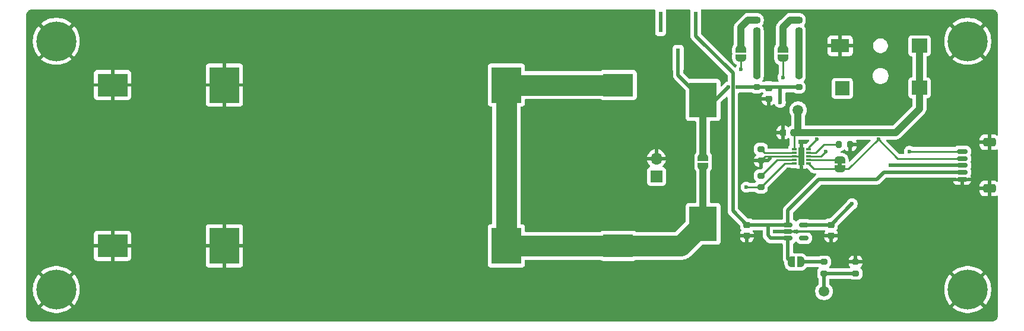
<source format=gtl>
G04 #@! TF.GenerationSoftware,KiCad,Pcbnew,9.0.3*
G04 #@! TF.CreationDate,2025-08-26T18:22:23-07:00*
G04 #@! TF.ProjectId,newbatt,6e657762-6174-4742-9e6b-696361645f70,3*
G04 #@! TF.SameCoordinates,Original*
G04 #@! TF.FileFunction,Copper,L1,Top*
G04 #@! TF.FilePolarity,Positive*
%FSLAX45Y45*%
G04 Gerber Fmt 4.5, Leading zero omitted, Abs format (unit mm)*
G04 Created by KiCad (PCBNEW 9.0.3) date 2025-08-26 18:22:23*
%MOMM*%
%LPD*%
G01*
G04 APERTURE LIST*
G04 Aperture macros list*
%AMRoundRect*
0 Rectangle with rounded corners*
0 $1 Rounding radius*
0 $2 $3 $4 $5 $6 $7 $8 $9 X,Y pos of 4 corners*
0 Add a 4 corners polygon primitive as box body*
4,1,4,$2,$3,$4,$5,$6,$7,$8,$9,$2,$3,0*
0 Add four circle primitives for the rounded corners*
1,1,$1+$1,$2,$3*
1,1,$1+$1,$4,$5*
1,1,$1+$1,$6,$7*
1,1,$1+$1,$8,$9*
0 Add four rect primitives between the rounded corners*
20,1,$1+$1,$2,$3,$4,$5,0*
20,1,$1+$1,$4,$5,$6,$7,0*
20,1,$1+$1,$6,$7,$8,$9,0*
20,1,$1+$1,$8,$9,$2,$3,0*%
%AMFreePoly0*
4,1,23,0.500000,-0.750000,0.000000,-0.750000,0.000000,-0.745722,-0.065263,-0.745722,-0.191342,-0.711940,-0.304381,-0.646677,-0.396677,-0.554381,-0.461940,-0.441342,-0.495722,-0.315263,-0.495722,-0.250000,-0.500000,-0.250000,-0.500000,0.250000,-0.495722,0.250000,-0.495722,0.315263,-0.461940,0.441342,-0.396677,0.554381,-0.304381,0.646677,-0.191342,0.711940,-0.065263,0.745722,0.000000,0.745722,
0.000000,0.750000,0.500000,0.750000,0.500000,-0.750000,0.500000,-0.750000,$1*%
%AMFreePoly1*
4,1,23,0.000000,0.745722,0.065263,0.745722,0.191342,0.711940,0.304381,0.646677,0.396677,0.554381,0.461940,0.441342,0.495722,0.315263,0.495722,0.250000,0.500000,0.250000,0.500000,-0.250000,0.495722,-0.250000,0.495722,-0.315263,0.461940,-0.441342,0.396677,-0.554381,0.304381,-0.646677,0.191342,-0.711940,0.065263,-0.745722,0.000000,-0.745722,0.000000,-0.750000,-0.500000,-0.750000,
-0.500000,0.750000,0.000000,0.750000,0.000000,0.745722,0.000000,0.745722,$1*%
G04 Aperture macros list end*
G04 #@! TA.AperFunction,EtchedComponent*
%ADD10C,0.000000*%
G04 #@! TD*
G04 #@! TA.AperFunction,SMDPad,CuDef*
%ADD11C,1.500000*%
G04 #@! TD*
G04 #@! TA.AperFunction,SMDPad,CuDef*
%ADD12FreePoly0,90.000000*%
G04 #@! TD*
G04 #@! TA.AperFunction,SMDPad,CuDef*
%ADD13FreePoly1,90.000000*%
G04 #@! TD*
G04 #@! TA.AperFunction,SMDPad,CuDef*
%ADD14R,4.000000X5.000000*%
G04 #@! TD*
G04 #@! TA.AperFunction,ComponentPad*
%ADD15C,3.600000*%
G04 #@! TD*
G04 #@! TA.AperFunction,ConnectorPad*
%ADD16C,5.700000*%
G04 #@! TD*
G04 #@! TA.AperFunction,SMDPad,CuDef*
%ADD17R,0.558800X2.971800*%
G04 #@! TD*
G04 #@! TA.AperFunction,SMDPad,CuDef*
%ADD18RoundRect,0.200000X0.275000X-0.200000X0.275000X0.200000X-0.275000X0.200000X-0.275000X-0.200000X0*%
G04 #@! TD*
G04 #@! TA.AperFunction,SMDPad,CuDef*
%ADD19R,4.300000X3.300000*%
G04 #@! TD*
G04 #@! TA.AperFunction,SMDPad,CuDef*
%ADD20R,4.300000X5.200000*%
G04 #@! TD*
G04 #@! TA.AperFunction,SMDPad,CuDef*
%ADD21RoundRect,0.150000X-0.512500X-0.150000X0.512500X-0.150000X0.512500X0.150000X-0.512500X0.150000X0*%
G04 #@! TD*
G04 #@! TA.AperFunction,SMDPad,CuDef*
%ADD22RoundRect,0.225000X-0.250000X0.225000X-0.250000X-0.225000X0.250000X-0.225000X0.250000X0.225000X0*%
G04 #@! TD*
G04 #@! TA.AperFunction,SMDPad,CuDef*
%ADD23RoundRect,0.225000X0.225000X0.250000X-0.225000X0.250000X-0.225000X-0.250000X0.225000X-0.250000X0*%
G04 #@! TD*
G04 #@! TA.AperFunction,SMDPad,CuDef*
%ADD24RoundRect,0.200000X-0.275000X0.200000X-0.275000X-0.200000X0.275000X-0.200000X0.275000X0.200000X0*%
G04 #@! TD*
G04 #@! TA.AperFunction,SMDPad,CuDef*
%ADD25FreePoly0,180.000000*%
G04 #@! TD*
G04 #@! TA.AperFunction,SMDPad,CuDef*
%ADD26FreePoly1,180.000000*%
G04 #@! TD*
G04 #@! TA.AperFunction,SMDPad,CuDef*
%ADD27RoundRect,0.150000X0.625000X-0.150000X0.625000X0.150000X-0.625000X0.150000X-0.625000X-0.150000X0*%
G04 #@! TD*
G04 #@! TA.AperFunction,SMDPad,CuDef*
%ADD28RoundRect,0.250000X0.650000X-0.350000X0.650000X0.350000X-0.650000X0.350000X-0.650000X-0.350000X0*%
G04 #@! TD*
G04 #@! TA.AperFunction,SMDPad,CuDef*
%ADD29RoundRect,0.218750X-0.256250X0.218750X-0.256250X-0.218750X0.256250X-0.218750X0.256250X0.218750X0*%
G04 #@! TD*
G04 #@! TA.AperFunction,SMDPad,CuDef*
%ADD30R,2.200000X2.000000*%
G04 #@! TD*
G04 #@! TA.AperFunction,SMDPad,CuDef*
%ADD31R,2.600000X1.900000*%
G04 #@! TD*
G04 #@! TA.AperFunction,SMDPad,CuDef*
%ADD32R,2.000000X2.000000*%
G04 #@! TD*
G04 #@! TA.AperFunction,SMDPad,CuDef*
%ADD33R,0.660400X0.304800*%
G04 #@! TD*
G04 #@! TA.AperFunction,ComponentPad*
%ADD34C,0.508000*%
G04 #@! TD*
G04 #@! TA.AperFunction,SMDPad,CuDef*
%ADD35R,0.939800X2.514600*%
G04 #@! TD*
G04 #@! TA.AperFunction,ComponentPad*
%ADD36R,1.700000X1.700000*%
G04 #@! TD*
G04 #@! TA.AperFunction,ComponentPad*
%ADD37O,1.700000X1.700000*%
G04 #@! TD*
G04 #@! TA.AperFunction,SMDPad,CuDef*
%ADD38RoundRect,0.200000X-0.200000X-0.275000X0.200000X-0.275000X0.200000X0.275000X-0.200000X0.275000X0*%
G04 #@! TD*
G04 #@! TA.AperFunction,ViaPad*
%ADD39C,0.600000*%
G04 #@! TD*
G04 #@! TA.AperFunction,Conductor*
%ADD40C,0.500000*%
G04 #@! TD*
G04 #@! TA.AperFunction,Conductor*
%ADD41C,0.250000*%
G04 #@! TD*
G04 #@! TA.AperFunction,Conductor*
%ADD42C,1.000000*%
G04 #@! TD*
G04 #@! TA.AperFunction,Conductor*
%ADD43C,3.000000*%
G04 #@! TD*
G04 APERTURE END LIST*
D10*
G04 #@! TA.AperFunction,EtchedComponent*
G36*
X13155000Y-3760000D02*
G01*
X13095000Y-3760000D01*
X13095000Y-3710000D01*
X13155000Y-3710000D01*
X13155000Y-3760000D01*
G37*
G04 #@! TD.AperFunction*
D11*
X12900000Y-5550000D03*
D12*
X11175000Y-3765000D03*
D13*
X11175000Y-3635000D03*
D14*
X11175000Y-4585000D03*
X11175000Y-2815000D03*
D15*
X14950000Y-5525000D03*
D16*
X14950000Y-5525000D03*
D15*
X1950000Y-1975000D03*
D16*
X1950000Y-1975000D03*
D17*
X11070000Y-1700000D03*
X10820000Y-2223240D03*
X10570000Y-1700000D03*
D18*
X12540000Y-2632500D03*
X12540000Y-2467500D03*
D19*
X9963500Y-2600000D03*
D20*
X8368500Y-2600000D03*
X4348500Y-2600000D03*
D19*
X2753500Y-2600000D03*
X9963500Y-4900000D03*
D20*
X8368500Y-4900000D03*
X4348500Y-4900000D03*
D19*
X2753500Y-4900000D03*
D21*
X12386250Y-4600000D03*
X12386250Y-4695000D03*
X12386250Y-4790000D03*
X12613750Y-4790000D03*
X12613750Y-4600000D03*
D12*
X13125000Y-3800000D03*
D13*
X13125000Y-3670000D03*
D15*
X14950000Y-1975000D03*
D16*
X14950000Y-1975000D03*
D22*
X12110000Y-2642500D03*
X12110000Y-2797500D03*
D23*
X12470000Y-3280000D03*
X12315000Y-3280000D03*
D24*
X12000000Y-3517500D03*
X12000000Y-3682500D03*
D25*
X12565000Y-5130000D03*
D26*
X12435000Y-5130000D03*
D22*
X11800000Y-4600000D03*
X11800000Y-4755000D03*
D27*
X14870000Y-3950000D03*
X14870000Y-3850000D03*
X14870000Y-3750000D03*
X14870000Y-3650000D03*
X14870000Y-3550000D03*
D28*
X15257500Y-4080000D03*
X15257500Y-3420000D03*
D12*
X11715000Y-2215000D03*
D13*
X11715000Y-2085000D03*
D11*
X12530000Y-2960000D03*
D29*
X11940000Y-1671250D03*
X11940000Y-1828750D03*
D24*
X12000000Y-3897500D03*
X12000000Y-4062500D03*
D30*
X14260000Y-2640000D03*
X14260000Y-2040000D03*
D31*
X13130000Y-2040000D03*
D32*
X13160000Y-2650000D03*
D33*
X12472130Y-3521260D03*
X12472130Y-3571260D03*
X12472130Y-3621260D03*
X12472130Y-3671260D03*
X12472130Y-3721260D03*
X12677870Y-3721260D03*
X12677870Y-3671260D03*
X12677870Y-3621260D03*
X12677870Y-3571260D03*
X12677870Y-3521260D03*
D34*
X12575000Y-3542520D03*
X12575000Y-3621260D03*
D35*
X12575000Y-3621260D03*
D34*
X12575000Y-3700000D03*
D18*
X11940000Y-2632500D03*
X11940000Y-2467500D03*
D12*
X12315000Y-2215000D03*
D13*
X12315000Y-2085000D03*
D29*
X12540000Y-1671250D03*
X12540000Y-1828750D03*
D36*
X10510000Y-3907500D03*
D37*
X10510000Y-3653500D03*
D24*
X12900000Y-5130000D03*
X12900000Y-5295000D03*
D18*
X13350000Y-5295000D03*
X13350000Y-5130000D03*
D38*
X13107500Y-3450000D03*
X13272500Y-3450000D03*
D15*
X1950000Y-5525000D03*
D16*
X1950000Y-5525000D03*
D22*
X13000000Y-4600000D03*
X13000000Y-4755000D03*
D39*
X13950000Y-4200000D03*
X12200000Y-4695000D03*
X12410000Y-4060000D03*
X11820000Y-3790000D03*
X12810000Y-4920000D03*
X13350000Y-4450000D03*
X13230000Y-2040000D03*
X13430000Y-3450000D03*
X11715000Y-2375000D03*
X13675000Y-3375000D03*
X14120000Y-3550000D03*
X12925000Y-3550000D03*
X12315000Y-2490000D03*
X11790000Y-4060000D03*
X12275000Y-2850000D03*
X11665000Y-2632500D03*
X12800000Y-3375000D03*
X11535000Y-2632500D03*
X13300000Y-4300000D03*
X13850000Y-3750000D03*
D40*
X12200000Y-4695000D02*
X12386250Y-4695000D01*
D41*
X12061240Y-3621260D02*
X12000000Y-3682500D01*
X12472130Y-3621260D02*
X12061240Y-3621260D01*
X12472130Y-3621260D02*
X12575000Y-3621260D01*
D42*
X12530000Y-3280000D02*
X12530000Y-2960000D01*
D41*
X12472130Y-3521260D02*
X12472130Y-3282130D01*
D42*
X14260000Y-2940000D02*
X14260000Y-2640000D01*
X13920000Y-3280000D02*
X14260000Y-2940000D01*
X14260000Y-2640000D02*
X14260000Y-2040000D01*
X12470000Y-3280000D02*
X13920000Y-3280000D01*
D40*
X12900000Y-5295000D02*
X12900000Y-5550000D01*
X12900000Y-5295000D02*
X13350000Y-5295000D01*
D41*
X13675000Y-3375000D02*
X13950000Y-3650000D01*
X11715000Y-2215000D02*
X11715000Y-2375000D01*
X13950000Y-3650000D02*
X14870000Y-3650000D01*
X12756610Y-3800000D02*
X13125000Y-3800000D01*
X13125000Y-3800000D02*
X13250000Y-3800000D01*
X13250000Y-3800000D02*
X13675000Y-3375000D01*
X12677870Y-3721260D02*
X12756610Y-3800000D01*
D40*
X12140000Y-4790000D02*
X12100000Y-4750000D01*
X12386250Y-4600000D02*
X12100000Y-4600000D01*
X12386250Y-4790000D02*
X12386250Y-5081250D01*
X12100000Y-4600000D02*
X11800000Y-4600000D01*
X13650000Y-3950000D02*
X13750000Y-3850000D01*
X12386250Y-5081250D02*
X12435000Y-5130000D01*
X12100000Y-4750000D02*
X12100000Y-4600000D01*
X12386250Y-4600000D02*
X12386250Y-4388750D01*
X12386250Y-4388750D02*
X12825000Y-3950000D01*
X12386250Y-4790000D02*
X12140000Y-4790000D01*
X12825000Y-3950000D02*
X13650000Y-3950000D01*
X11600000Y-4400000D02*
X11800000Y-4600000D01*
X11070000Y-1700000D02*
X11070000Y-1898590D01*
X13750000Y-3850000D02*
X14870000Y-3850000D01*
X11600000Y-2428590D02*
X11600000Y-4400000D01*
X11070000Y-1898590D02*
X11600000Y-2428590D01*
D41*
X12925000Y-3550000D02*
X12853740Y-3621260D01*
X14870000Y-3550000D02*
X14120000Y-3550000D01*
X12853740Y-3621260D02*
X12677870Y-3621260D01*
X12315000Y-2215000D02*
X12315000Y-2490000D01*
D42*
X12540000Y-1828750D02*
X12540000Y-2467500D01*
X12418750Y-1671250D02*
X12315000Y-1775000D01*
X12540000Y-1671250D02*
X12418750Y-1671250D01*
X12315000Y-1775000D02*
X12315000Y-2085000D01*
X11940000Y-1828750D02*
X11940000Y-2467500D01*
X11818750Y-1671250D02*
X11715000Y-1775000D01*
X11715000Y-1775000D02*
X11715000Y-2085000D01*
X11940000Y-1671250D02*
X11818750Y-1671250D01*
D41*
X12677870Y-3671260D02*
X13096260Y-3671260D01*
X12053760Y-3571260D02*
X12000000Y-3517500D01*
X12472130Y-3571260D02*
X12053760Y-3571260D01*
X12897500Y-3452500D02*
X13100000Y-3452500D01*
X12778740Y-3571260D02*
X12897500Y-3452500D01*
X12677870Y-3571260D02*
X12778740Y-3571260D01*
X11792500Y-4062500D02*
X12000000Y-4062500D01*
X11790000Y-4060000D02*
X11792500Y-4062500D01*
X12341240Y-3721260D02*
X12000000Y-4062500D01*
X12472130Y-3721260D02*
X12341240Y-3721260D01*
X12226240Y-3671260D02*
X12000000Y-3897500D01*
X12472130Y-3671260D02*
X12226240Y-3671260D01*
D42*
X11175000Y-3635000D02*
X11175000Y-2815000D01*
D41*
X12677870Y-3497130D02*
X12677870Y-3521260D01*
X12800000Y-3375000D02*
X12677870Y-3497130D01*
D40*
X10820000Y-2223240D02*
X10820000Y-2460000D01*
X11175000Y-2815000D02*
X11352500Y-2815000D01*
X11940000Y-2632500D02*
X11665000Y-2632500D01*
X11352500Y-2815000D02*
X11535000Y-2632500D01*
X10820000Y-2460000D02*
X11175000Y-2815000D01*
X12275000Y-2850000D02*
X12275000Y-2632500D01*
X12540000Y-2632500D02*
X11940000Y-2632500D01*
D43*
X8368500Y-4900000D02*
X10860000Y-4900000D01*
X9963500Y-2600000D02*
X8368500Y-2600000D01*
D42*
X11175000Y-3765000D02*
X11175000Y-4585000D01*
D43*
X10860000Y-4900000D02*
X11175000Y-4585000D01*
X8368500Y-2600000D02*
X8368500Y-4900000D01*
D40*
X12613750Y-4600000D02*
X13000000Y-4600000D01*
X13850000Y-3750000D02*
X14870000Y-3750000D01*
X13000000Y-4600000D02*
X13300000Y-4300000D01*
X12565000Y-5130000D02*
X12900000Y-5130000D01*
G04 #@! TA.AperFunction,Conductor*
G36*
X10489183Y-1522018D02*
G01*
X10493759Y-1527299D01*
X10494753Y-1534215D01*
X10494097Y-1536783D01*
X10492651Y-1540661D01*
X10492651Y-1540662D01*
X10492248Y-1544411D01*
X10492010Y-1546622D01*
X10492010Y-1546623D01*
X10492010Y-1853377D01*
X10492010Y-1853378D01*
X10492651Y-1859338D01*
X10497680Y-1872823D01*
X10497681Y-1872823D01*
X10506305Y-1884344D01*
X10506306Y-1884345D01*
X10517826Y-1892969D01*
X10517827Y-1892970D01*
X10519261Y-1893504D01*
X10531312Y-1897999D01*
X10537273Y-1898640D01*
X10602727Y-1898640D01*
X10608688Y-1897999D01*
X10622173Y-1892970D01*
X10633695Y-1884345D01*
X10642320Y-1872823D01*
X10647349Y-1859338D01*
X10647990Y-1853377D01*
X10647990Y-1546623D01*
X10647349Y-1540662D01*
X10646013Y-1537080D01*
X10645903Y-1536783D01*
X10645404Y-1529814D01*
X10648753Y-1523682D01*
X10654885Y-1520333D01*
X10657521Y-1520050D01*
X10982479Y-1520050D01*
X10989183Y-1522018D01*
X10993759Y-1527299D01*
X10994753Y-1534215D01*
X10994097Y-1536783D01*
X10992651Y-1540661D01*
X10992651Y-1540662D01*
X10992248Y-1544411D01*
X10992010Y-1546622D01*
X10992010Y-1546623D01*
X10992010Y-1853377D01*
X10992010Y-1853378D01*
X10992651Y-1859338D01*
X10994168Y-1863406D01*
X10994950Y-1867740D01*
X10994950Y-1905982D01*
X10994950Y-1905982D01*
X10994950Y-1905982D01*
X10997834Y-1920481D01*
X10997834Y-1920481D01*
X11003492Y-1934139D01*
X11003492Y-1934140D01*
X11004033Y-1934949D01*
X11004033Y-1934950D01*
X11004033Y-1934950D01*
X11006730Y-1938987D01*
X11011705Y-1946432D01*
X11011705Y-1946432D01*
X11521318Y-2456045D01*
X11524667Y-2462177D01*
X11524950Y-2464813D01*
X11524950Y-2542704D01*
X11522981Y-2549408D01*
X11517701Y-2553984D01*
X11514969Y-2554866D01*
X11511651Y-2555526D01*
X11511650Y-2555526D01*
X11497083Y-2561560D01*
X11497081Y-2561561D01*
X11483971Y-2570321D01*
X11483971Y-2570321D01*
X11472821Y-2581471D01*
X11472821Y-2581472D01*
X11464061Y-2594582D01*
X11464061Y-2594582D01*
X11463080Y-2596948D01*
X11462617Y-2597641D01*
X11462508Y-2598145D01*
X11460393Y-2600970D01*
X11446218Y-2615145D01*
X11440086Y-2618494D01*
X11433117Y-2617995D01*
X11427523Y-2613808D01*
X11425081Y-2607262D01*
X11425050Y-2606377D01*
X11425050Y-2560213D01*
X11425050Y-2560212D01*
X11424751Y-2557431D01*
X11424485Y-2554955D01*
X11424409Y-2554252D01*
X11419380Y-2540767D01*
X11419379Y-2540766D01*
X11410755Y-2529246D01*
X11410754Y-2529245D01*
X11399233Y-2520621D01*
X11399233Y-2520620D01*
X11385748Y-2515591D01*
X11385748Y-2515591D01*
X11379788Y-2514950D01*
X11379788Y-2514950D01*
X11379787Y-2514950D01*
X11379786Y-2514950D01*
X10986223Y-2514950D01*
X10979519Y-2512982D01*
X10977455Y-2511318D01*
X10898682Y-2432545D01*
X10895333Y-2426413D01*
X10895050Y-2423777D01*
X10895050Y-2390980D01*
X10895832Y-2386646D01*
X10896465Y-2384950D01*
X10897349Y-2382578D01*
X10897990Y-2376617D01*
X10897990Y-2069863D01*
X10897349Y-2063902D01*
X10895468Y-2058858D01*
X10892320Y-2050417D01*
X10892319Y-2050416D01*
X10883695Y-2038895D01*
X10883694Y-2038895D01*
X10872174Y-2030271D01*
X10872173Y-2030270D01*
X10858689Y-2025241D01*
X10858689Y-2025241D01*
X10858688Y-2025241D01*
X10852727Y-2024600D01*
X10852726Y-2024600D01*
X10787273Y-2024600D01*
X10787272Y-2024600D01*
X10781312Y-2025241D01*
X10767827Y-2030270D01*
X10767826Y-2030271D01*
X10756306Y-2038895D01*
X10756305Y-2038895D01*
X10747681Y-2050416D01*
X10747680Y-2050417D01*
X10742651Y-2063902D01*
X10742010Y-2069862D01*
X10742010Y-2069862D01*
X10742010Y-2069863D01*
X10742010Y-2376617D01*
X10742010Y-2376618D01*
X10742651Y-2382578D01*
X10744168Y-2386646D01*
X10744950Y-2390980D01*
X10744950Y-2467392D01*
X10744950Y-2467392D01*
X10744950Y-2467392D01*
X10747834Y-2481891D01*
X10747834Y-2481892D01*
X10753491Y-2495549D01*
X10754421Y-2496941D01*
X10754421Y-2496941D01*
X10761705Y-2507841D01*
X10761705Y-2507842D01*
X10921318Y-2667455D01*
X10924667Y-2673587D01*
X10924950Y-2676223D01*
X10924950Y-3069787D01*
X10924950Y-3069788D01*
X10925591Y-3075748D01*
X10930620Y-3089233D01*
X10930621Y-3089233D01*
X10939245Y-3100754D01*
X10939246Y-3100755D01*
X10950766Y-3109379D01*
X10950767Y-3109380D01*
X10964252Y-3114409D01*
X10964252Y-3114409D01*
X10964944Y-3114483D01*
X10970213Y-3115050D01*
X11062550Y-3115050D01*
X11069254Y-3117018D01*
X11073829Y-3122299D01*
X11074950Y-3127450D01*
X11074950Y-3563428D01*
X11072982Y-3570132D01*
X11072388Y-3570977D01*
X11066213Y-3579023D01*
X11066212Y-3579025D01*
X11059630Y-3590425D01*
X11059630Y-3590425D01*
X11054580Y-3602617D01*
X11051172Y-3615334D01*
X11049450Y-3628417D01*
X11049450Y-3685000D01*
X11049964Y-3692194D01*
X11051060Y-3695926D01*
X11051436Y-3701184D01*
X11049450Y-3715000D01*
X11049450Y-3771583D01*
X11051097Y-3784093D01*
X11051173Y-3784666D01*
X11052880Y-3791039D01*
X11054580Y-3797383D01*
X11059630Y-3809575D01*
X11059630Y-3809575D01*
X11066212Y-3820975D01*
X11066213Y-3820977D01*
X11072388Y-3829023D01*
X11074907Y-3835540D01*
X11074950Y-3836572D01*
X11074950Y-4272550D01*
X11072982Y-4279254D01*
X11067701Y-4283829D01*
X11062550Y-4284950D01*
X10970213Y-4284950D01*
X10970212Y-4284950D01*
X10964252Y-4285591D01*
X10950767Y-4290620D01*
X10950766Y-4290621D01*
X10939246Y-4299245D01*
X10939245Y-4299246D01*
X10930621Y-4310766D01*
X10930620Y-4310767D01*
X10925591Y-4324252D01*
X10924950Y-4330212D01*
X10924950Y-4330212D01*
X10924950Y-4330214D01*
X10924950Y-4547000D01*
X10922982Y-4553704D01*
X10921318Y-4555768D01*
X10780769Y-4696318D01*
X10774636Y-4699667D01*
X10772000Y-4699950D01*
X10219323Y-4699950D01*
X10212619Y-4697982D01*
X10211892Y-4697477D01*
X10202733Y-4690620D01*
X10202733Y-4690620D01*
X10189248Y-4685591D01*
X10189248Y-4685591D01*
X10183288Y-4684950D01*
X10183288Y-4684950D01*
X10183287Y-4684950D01*
X10183286Y-4684950D01*
X9743713Y-4684950D01*
X9743712Y-4684950D01*
X9737752Y-4685591D01*
X9724267Y-4690620D01*
X9724267Y-4690620D01*
X9715108Y-4697477D01*
X9708562Y-4699918D01*
X9707677Y-4699950D01*
X8645950Y-4699950D01*
X8639246Y-4697982D01*
X8634671Y-4692701D01*
X8633550Y-4687550D01*
X8633550Y-4635213D01*
X8633550Y-4635212D01*
X8633550Y-4635212D01*
X8632909Y-4629252D01*
X8632194Y-4627335D01*
X8627880Y-4615767D01*
X8627879Y-4615766D01*
X8619255Y-4604246D01*
X8619254Y-4604245D01*
X8607734Y-4595621D01*
X8607733Y-4595620D01*
X8594248Y-4590591D01*
X8594248Y-4590591D01*
X8588288Y-4589950D01*
X8588288Y-4589950D01*
X8588287Y-4589950D01*
X8588287Y-4589950D01*
X8580950Y-4589950D01*
X8574246Y-4587982D01*
X8569671Y-4582701D01*
X8568550Y-4577550D01*
X8568550Y-3817713D01*
X10374950Y-3817713D01*
X10374950Y-3997287D01*
X10374950Y-3997288D01*
X10375591Y-4003248D01*
X10380620Y-4016733D01*
X10380621Y-4016733D01*
X10389245Y-4028254D01*
X10389246Y-4028255D01*
X10400766Y-4036879D01*
X10400767Y-4036880D01*
X10414252Y-4041909D01*
X10414252Y-4041909D01*
X10414944Y-4041983D01*
X10420213Y-4042550D01*
X10599787Y-4042550D01*
X10605748Y-4041909D01*
X10619233Y-4036880D01*
X10630755Y-4028255D01*
X10639380Y-4016733D01*
X10644409Y-4003248D01*
X10645050Y-3997287D01*
X10645050Y-3817713D01*
X10644409Y-3811752D01*
X10643597Y-3809575D01*
X10639380Y-3798267D01*
X10639379Y-3798266D01*
X10630755Y-3786745D01*
X10630754Y-3786745D01*
X10619234Y-3778121D01*
X10619233Y-3778120D01*
X10606040Y-3773200D01*
X10600447Y-3769013D01*
X10598005Y-3762466D01*
X10599490Y-3755639D01*
X10601605Y-3752813D01*
X10612973Y-3741446D01*
X10625462Y-3724256D01*
X10635110Y-3705322D01*
X10641676Y-3685113D01*
X10641676Y-3685113D01*
X10642723Y-3678500D01*
X10553301Y-3678500D01*
X10556593Y-3672799D01*
X10560000Y-3660083D01*
X10560000Y-3646917D01*
X10556593Y-3634201D01*
X10553301Y-3628500D01*
X10642723Y-3628500D01*
X10641676Y-3621887D01*
X10641676Y-3621887D01*
X10635110Y-3601678D01*
X10625462Y-3582744D01*
X10612973Y-3565554D01*
X10612972Y-3565553D01*
X10597946Y-3550528D01*
X10597946Y-3550527D01*
X10580756Y-3538038D01*
X10561822Y-3528390D01*
X10541612Y-3521824D01*
X10535000Y-3520777D01*
X10535000Y-3610199D01*
X10529299Y-3606907D01*
X10516583Y-3603500D01*
X10503417Y-3603500D01*
X10490701Y-3606907D01*
X10485000Y-3610199D01*
X10485000Y-3520777D01*
X10485000Y-3520777D01*
X10478388Y-3521824D01*
X10458178Y-3528390D01*
X10439244Y-3538038D01*
X10422054Y-3550527D01*
X10422054Y-3550528D01*
X10407028Y-3565553D01*
X10407027Y-3565554D01*
X10394538Y-3582744D01*
X10384890Y-3601678D01*
X10378324Y-3621887D01*
X10378324Y-3621887D01*
X10377277Y-3628500D01*
X10466699Y-3628500D01*
X10463408Y-3634201D01*
X10460000Y-3646917D01*
X10460000Y-3660083D01*
X10463408Y-3672799D01*
X10466699Y-3678500D01*
X10377277Y-3678500D01*
X10378324Y-3685113D01*
X10378324Y-3685113D01*
X10384890Y-3705322D01*
X10394538Y-3724256D01*
X10407027Y-3741446D01*
X10407028Y-3741446D01*
X10418395Y-3752813D01*
X10421743Y-3758946D01*
X10421245Y-3765915D01*
X10417058Y-3771508D01*
X10413960Y-3773200D01*
X10400767Y-3778120D01*
X10400766Y-3778121D01*
X10389246Y-3786745D01*
X10389245Y-3786745D01*
X10380621Y-3798266D01*
X10380620Y-3798267D01*
X10375591Y-3811752D01*
X10374950Y-3817712D01*
X10374950Y-3817712D01*
X10374950Y-3817713D01*
X8568550Y-3817713D01*
X8568550Y-2922450D01*
X8570519Y-2915746D01*
X8575799Y-2911170D01*
X8580950Y-2910050D01*
X8588287Y-2910050D01*
X8588287Y-2910050D01*
X8594248Y-2909409D01*
X8607733Y-2904380D01*
X8619255Y-2895755D01*
X8627880Y-2884233D01*
X8632909Y-2870748D01*
X8633550Y-2864787D01*
X8633550Y-2812450D01*
X8635519Y-2805746D01*
X8640799Y-2801171D01*
X8645950Y-2800050D01*
X9707677Y-2800050D01*
X9714381Y-2802018D01*
X9715108Y-2802523D01*
X9719413Y-2805746D01*
X9724207Y-2809335D01*
X9724267Y-2809379D01*
X9724267Y-2809380D01*
X9737752Y-2814409D01*
X9737752Y-2814409D01*
X9738444Y-2814483D01*
X9743713Y-2815050D01*
X10183287Y-2815050D01*
X10189248Y-2814409D01*
X10202733Y-2809380D01*
X10214255Y-2800755D01*
X10222880Y-2789233D01*
X10227909Y-2775748D01*
X10228550Y-2769787D01*
X10228550Y-2430213D01*
X10227909Y-2424252D01*
X10227732Y-2423777D01*
X10222880Y-2410767D01*
X10222879Y-2410766D01*
X10214255Y-2399246D01*
X10214254Y-2399245D01*
X10202734Y-2390621D01*
X10202733Y-2390620D01*
X10189248Y-2385591D01*
X10189248Y-2385591D01*
X10183288Y-2384950D01*
X10183288Y-2384950D01*
X10183287Y-2384950D01*
X10183286Y-2384950D01*
X9743713Y-2384950D01*
X9743712Y-2384950D01*
X9737752Y-2385591D01*
X9724267Y-2390620D01*
X9724267Y-2390620D01*
X9715108Y-2397477D01*
X9708562Y-2399918D01*
X9707677Y-2399950D01*
X8645950Y-2399950D01*
X8639246Y-2397982D01*
X8634671Y-2392701D01*
X8633550Y-2387550D01*
X8633550Y-2335213D01*
X8633550Y-2335212D01*
X8633550Y-2335212D01*
X8632909Y-2329252D01*
X8632313Y-2327654D01*
X8627880Y-2315767D01*
X8627879Y-2315766D01*
X8619255Y-2304246D01*
X8619254Y-2304245D01*
X8607734Y-2295621D01*
X8607733Y-2295620D01*
X8594248Y-2290591D01*
X8594248Y-2290591D01*
X8588288Y-2289950D01*
X8588288Y-2289950D01*
X8588287Y-2289950D01*
X8588286Y-2289950D01*
X8148713Y-2289950D01*
X8148712Y-2289950D01*
X8142752Y-2290591D01*
X8129267Y-2295620D01*
X8129266Y-2295621D01*
X8117745Y-2304245D01*
X8117745Y-2304246D01*
X8109121Y-2315766D01*
X8109120Y-2315767D01*
X8104091Y-2329252D01*
X8103450Y-2335212D01*
X8103450Y-2335212D01*
X8103450Y-2335214D01*
X8103450Y-2864787D01*
X8103450Y-2864788D01*
X8104091Y-2870748D01*
X8109120Y-2884233D01*
X8109121Y-2884233D01*
X8117745Y-2895754D01*
X8117745Y-2895755D01*
X8129266Y-2904379D01*
X8129267Y-2904380D01*
X8133762Y-2906056D01*
X8142752Y-2909409D01*
X8148713Y-2910050D01*
X8156050Y-2910050D01*
X8162754Y-2912018D01*
X8167329Y-2917299D01*
X8168450Y-2922450D01*
X8168450Y-4577550D01*
X8166481Y-4584254D01*
X8161201Y-4588829D01*
X8156050Y-4589950D01*
X8148713Y-4589950D01*
X8148712Y-4589950D01*
X8142752Y-4590591D01*
X8129267Y-4595620D01*
X8129266Y-4595621D01*
X8117745Y-4604245D01*
X8117745Y-4604246D01*
X8109121Y-4615766D01*
X8109120Y-4615767D01*
X8104091Y-4629252D01*
X8103684Y-4633035D01*
X8103450Y-4635212D01*
X8103450Y-4635214D01*
X8103450Y-5164787D01*
X8103450Y-5164788D01*
X8104091Y-5170748D01*
X8109120Y-5184233D01*
X8109121Y-5184234D01*
X8117745Y-5195754D01*
X8117745Y-5195755D01*
X8129266Y-5204379D01*
X8129267Y-5204380D01*
X8142752Y-5209409D01*
X8142752Y-5209409D01*
X8143444Y-5209484D01*
X8148713Y-5210050D01*
X8588287Y-5210050D01*
X8594248Y-5209409D01*
X8607733Y-5204380D01*
X8619255Y-5195755D01*
X8627880Y-5184233D01*
X8632909Y-5170748D01*
X8633550Y-5164787D01*
X8633550Y-5112450D01*
X8635519Y-5105746D01*
X8640799Y-5101171D01*
X8645950Y-5100050D01*
X9707677Y-5100050D01*
X9714381Y-5102019D01*
X9715108Y-5102523D01*
X9718417Y-5105000D01*
X9724207Y-5109335D01*
X9724267Y-5109380D01*
X9724267Y-5109380D01*
X9737752Y-5114409D01*
X9737752Y-5114409D01*
X9738444Y-5114484D01*
X9743713Y-5115050D01*
X10183287Y-5115050D01*
X10189248Y-5114409D01*
X10202733Y-5109380D01*
X10209467Y-5104338D01*
X10211892Y-5102523D01*
X10218439Y-5100082D01*
X10219323Y-5100050D01*
X10873111Y-5100050D01*
X10873112Y-5100050D01*
X10886112Y-5098339D01*
X10899112Y-5096627D01*
X10924442Y-5089840D01*
X10948670Y-5079804D01*
X10958969Y-5073858D01*
X10958969Y-5073858D01*
X10971380Y-5066693D01*
X10971380Y-5066693D01*
X10971656Y-5066481D01*
X10980938Y-5059359D01*
X10992185Y-5050728D01*
X11154232Y-4888682D01*
X11160364Y-4885333D01*
X11163000Y-4885050D01*
X11379787Y-4885050D01*
X11379787Y-4885050D01*
X11385748Y-4884409D01*
X11399233Y-4879380D01*
X11410755Y-4870755D01*
X11419380Y-4859233D01*
X11424409Y-4845748D01*
X11425050Y-4839787D01*
X11425050Y-4782332D01*
X11702500Y-4782332D01*
X11703514Y-4792261D01*
X11708845Y-4808348D01*
X11708846Y-4808349D01*
X11717742Y-4822773D01*
X11717743Y-4822773D01*
X11729727Y-4834757D01*
X11729727Y-4834758D01*
X11744151Y-4843654D01*
X11744152Y-4843655D01*
X11760239Y-4848986D01*
X11770168Y-4850000D01*
X11825000Y-4850000D01*
X11829831Y-4850000D01*
X11829832Y-4850000D01*
X11839761Y-4848986D01*
X11855848Y-4843655D01*
X11855849Y-4843654D01*
X11870273Y-4834758D01*
X11870273Y-4834757D01*
X11882257Y-4822773D01*
X11882257Y-4822773D01*
X11891154Y-4808349D01*
X11891155Y-4808348D01*
X11896485Y-4792261D01*
X11897500Y-4782332D01*
X11897500Y-4782331D01*
X11897500Y-4780000D01*
X11825000Y-4780000D01*
X11825000Y-4850000D01*
X11770168Y-4850000D01*
X11775000Y-4850000D01*
X11775000Y-4850000D01*
X11775000Y-4780000D01*
X11702500Y-4780000D01*
X11702500Y-4782332D01*
X11425050Y-4782332D01*
X11425050Y-4584254D01*
X11425050Y-4330213D01*
X11425050Y-4330212D01*
X11425050Y-4330212D01*
X11424409Y-4324252D01*
X11424073Y-4323350D01*
X11419380Y-4310767D01*
X11419379Y-4310766D01*
X11410755Y-4299246D01*
X11410754Y-4299245D01*
X11399233Y-4290621D01*
X11399233Y-4290620D01*
X11385748Y-4285591D01*
X11385748Y-4285591D01*
X11379788Y-4284950D01*
X11379788Y-4284950D01*
X11379787Y-4284950D01*
X11379786Y-4284950D01*
X11287450Y-4284950D01*
X11280746Y-4282982D01*
X11276171Y-4277701D01*
X11275050Y-4272550D01*
X11275050Y-3836572D01*
X11277018Y-3829868D01*
X11277612Y-3829023D01*
X11278068Y-3828430D01*
X11283787Y-3820976D01*
X11290370Y-3809574D01*
X11295420Y-3797383D01*
X11298827Y-3784666D01*
X11300550Y-3771583D01*
X11300550Y-3715000D01*
X11300035Y-3707806D01*
X11299946Y-3707500D01*
X11298940Y-3704074D01*
X11298564Y-3698816D01*
X11298740Y-3697585D01*
X11300550Y-3685000D01*
X11300550Y-3628417D01*
X11298827Y-3615334D01*
X11295420Y-3602617D01*
X11290370Y-3590426D01*
X11290370Y-3590425D01*
X11290370Y-3590425D01*
X11290370Y-3590425D01*
X11283788Y-3579025D01*
X11283787Y-3579024D01*
X11283787Y-3579023D01*
X11277612Y-3570977D01*
X11275093Y-3564460D01*
X11275050Y-3563428D01*
X11275050Y-3127450D01*
X11277018Y-3120746D01*
X11282299Y-3116170D01*
X11287450Y-3115050D01*
X11379787Y-3115050D01*
X11379787Y-3115050D01*
X11385748Y-3114409D01*
X11399233Y-3109380D01*
X11410755Y-3100755D01*
X11419380Y-3089233D01*
X11424409Y-3075748D01*
X11425050Y-3069787D01*
X11425050Y-2853723D01*
X11427018Y-2847019D01*
X11428682Y-2844955D01*
X11474228Y-2799409D01*
X11503782Y-2769855D01*
X11509914Y-2766506D01*
X11516883Y-2767005D01*
X11522477Y-2771192D01*
X11524918Y-2777738D01*
X11524950Y-2778623D01*
X11524950Y-4407392D01*
X11524950Y-4407392D01*
X11524950Y-4407392D01*
X11527834Y-4421891D01*
X11527834Y-4421892D01*
X11533491Y-4435549D01*
X11536781Y-4440473D01*
X11536781Y-4440473D01*
X11541705Y-4447841D01*
X11541705Y-4447842D01*
X11698818Y-4604955D01*
X11702167Y-4611087D01*
X11702450Y-4613723D01*
X11702450Y-4627334D01*
X11702450Y-4627336D01*
X11703465Y-4637271D01*
X11703465Y-4637271D01*
X11708800Y-4653369D01*
X11708800Y-4653371D01*
X11717703Y-4667804D01*
X11717703Y-4667804D01*
X11718666Y-4668767D01*
X11722014Y-4674900D01*
X11721516Y-4681869D01*
X11718666Y-4686303D01*
X11717743Y-4687227D01*
X11717742Y-4687227D01*
X11708846Y-4701651D01*
X11708845Y-4701652D01*
X11703514Y-4717739D01*
X11702500Y-4727668D01*
X11702500Y-4730000D01*
X11897500Y-4730000D01*
X11897500Y-4727669D01*
X11897500Y-4727668D01*
X11896485Y-4717739D01*
X11891155Y-4701652D01*
X11891154Y-4701651D01*
X11886410Y-4693960D01*
X11884566Y-4687221D01*
X11886658Y-4680554D01*
X11892023Y-4676077D01*
X11896964Y-4675050D01*
X12012550Y-4675050D01*
X12019254Y-4677019D01*
X12023829Y-4682299D01*
X12024950Y-4687450D01*
X12024950Y-4757392D01*
X12024950Y-4757392D01*
X12024950Y-4757392D01*
X12027834Y-4771891D01*
X12027834Y-4771892D01*
X12033491Y-4785549D01*
X12035543Y-4788620D01*
X12035543Y-4788620D01*
X12041705Y-4797841D01*
X12041705Y-4797842D01*
X12074903Y-4831039D01*
X12081705Y-4837842D01*
X12081705Y-4837842D01*
X12087517Y-4843654D01*
X12092158Y-4848295D01*
X12104450Y-4856508D01*
X12104451Y-4856509D01*
X12118108Y-4862166D01*
X12118109Y-4862166D01*
X12118109Y-4862166D01*
X12118109Y-4862166D01*
X12132608Y-4865050D01*
X12132608Y-4865050D01*
X12298800Y-4865050D01*
X12305504Y-4867019D01*
X12310079Y-4872299D01*
X12311200Y-4877450D01*
X12311200Y-5088642D01*
X12311200Y-5088642D01*
X12311200Y-5088642D01*
X12314084Y-5103141D01*
X12314084Y-5103142D01*
X12319741Y-5116799D01*
X12319741Y-5116799D01*
X12319742Y-5116800D01*
X12323031Y-5121723D01*
X12327955Y-5129092D01*
X12331385Y-5132522D01*
X12331874Y-5133156D01*
X12332861Y-5135696D01*
X12334167Y-5138087D01*
X12334310Y-5139425D01*
X12334405Y-5139668D01*
X12334360Y-5139889D01*
X12334450Y-5140723D01*
X12334450Y-5161583D01*
X12336172Y-5174666D01*
X12339580Y-5187383D01*
X12344630Y-5199575D01*
X12344630Y-5199575D01*
X12351212Y-5210975D01*
X12351213Y-5210977D01*
X12358099Y-5219950D01*
X12359246Y-5221445D01*
X12368555Y-5230754D01*
X12368555Y-5230754D01*
X12379023Y-5238787D01*
X12379024Y-5238787D01*
X12379024Y-5238788D01*
X12379025Y-5238788D01*
X12390425Y-5245370D01*
X12390425Y-5245370D01*
X12390425Y-5245370D01*
X12390426Y-5245370D01*
X12402617Y-5250420D01*
X12415334Y-5253828D01*
X12428417Y-5255550D01*
X12428418Y-5255550D01*
X12485000Y-5255550D01*
X12492194Y-5255036D01*
X12495926Y-5253940D01*
X12501184Y-5253564D01*
X12515000Y-5255550D01*
X12515000Y-5255550D01*
X12571582Y-5255550D01*
X12571583Y-5255550D01*
X12584666Y-5253828D01*
X12597383Y-5250420D01*
X12609574Y-5245370D01*
X12620976Y-5238788D01*
X12631445Y-5230754D01*
X12640754Y-5221445D01*
X12648787Y-5210976D01*
X12648788Y-5210974D01*
X12649013Y-5210638D01*
X12649165Y-5210740D01*
X12653683Y-5206430D01*
X12659368Y-5205050D01*
X12813448Y-5205050D01*
X12820152Y-5207019D01*
X12824727Y-5212299D01*
X12825722Y-5219215D01*
X12822819Y-5225570D01*
X12822216Y-5226218D01*
X12816953Y-5231481D01*
X12816953Y-5231481D01*
X12808152Y-5246039D01*
X12803091Y-5262281D01*
X12802450Y-5269339D01*
X12802450Y-5320661D01*
X12803091Y-5327719D01*
X12808152Y-5343961D01*
X12816953Y-5358519D01*
X12821318Y-5362884D01*
X12824667Y-5369016D01*
X12824950Y-5371652D01*
X12824950Y-5443639D01*
X12822981Y-5450342D01*
X12819839Y-5453670D01*
X12818536Y-5454617D01*
X12804617Y-5468536D01*
X12793048Y-5484459D01*
X12784112Y-5501997D01*
X12778029Y-5520717D01*
X12774950Y-5540158D01*
X12774950Y-5559842D01*
X12778029Y-5579283D01*
X12784112Y-5598003D01*
X12793048Y-5615540D01*
X12804617Y-5631465D01*
X12818535Y-5645383D01*
X12834459Y-5656952D01*
X12842745Y-5661174D01*
X12851997Y-5665888D01*
X12851997Y-5665888D01*
X12851997Y-5665888D01*
X12859739Y-5668404D01*
X12870717Y-5671971D01*
X12890158Y-5675050D01*
X12890158Y-5675050D01*
X12909842Y-5675050D01*
X12929283Y-5671971D01*
X12948002Y-5665888D01*
X12965540Y-5656952D01*
X12981465Y-5645383D01*
X12995383Y-5631465D01*
X13006952Y-5615540D01*
X13015888Y-5598002D01*
X13021971Y-5579283D01*
X13022774Y-5574214D01*
X13025050Y-5559842D01*
X13025050Y-5540158D01*
X13022649Y-5525000D01*
X13021971Y-5520717D01*
X13021971Y-5520717D01*
X13021971Y-5520717D01*
X13019161Y-5512070D01*
X13018015Y-5508543D01*
X14615000Y-5508543D01*
X14615000Y-5541457D01*
X14618226Y-5574214D01*
X14624647Y-5606496D01*
X14624647Y-5606496D01*
X14634202Y-5637995D01*
X14646798Y-5668404D01*
X14646799Y-5668404D01*
X14662314Y-5697431D01*
X14662315Y-5697433D01*
X14680601Y-5724799D01*
X14680601Y-5724800D01*
X14696036Y-5743608D01*
X14696036Y-5743608D01*
X14820575Y-5619070D01*
X14827959Y-5629233D01*
X14845767Y-5647041D01*
X14855930Y-5654425D01*
X14731392Y-5778963D01*
X14731392Y-5778963D01*
X14750200Y-5794399D01*
X14750200Y-5794399D01*
X14777567Y-5812685D01*
X14777569Y-5812686D01*
X14806595Y-5828201D01*
X14806596Y-5828201D01*
X14837005Y-5840797D01*
X14868504Y-5850352D01*
X14868504Y-5850352D01*
X14900786Y-5856774D01*
X14933543Y-5860000D01*
X14966457Y-5860000D01*
X14999214Y-5856774D01*
X15031496Y-5850352D01*
X15031496Y-5850352D01*
X15062995Y-5840797D01*
X15093404Y-5828201D01*
X15093404Y-5828201D01*
X15122431Y-5812686D01*
X15122433Y-5812685D01*
X15149800Y-5794399D01*
X15168608Y-5778963D01*
X15168608Y-5778963D01*
X15044070Y-5654425D01*
X15054233Y-5647041D01*
X15072041Y-5629233D01*
X15079425Y-5619070D01*
X15203963Y-5743608D01*
X15203963Y-5743608D01*
X15219399Y-5724800D01*
X15237685Y-5697433D01*
X15237686Y-5697431D01*
X15253201Y-5668404D01*
X15253201Y-5668404D01*
X15265797Y-5637995D01*
X15275352Y-5606496D01*
X15275352Y-5606496D01*
X15281774Y-5574214D01*
X15285000Y-5541457D01*
X15285000Y-5508543D01*
X15281774Y-5475786D01*
X15275352Y-5443504D01*
X15275352Y-5443504D01*
X15265797Y-5412005D01*
X15253201Y-5381596D01*
X15253201Y-5381596D01*
X15237686Y-5352569D01*
X15237685Y-5352567D01*
X15219399Y-5325200D01*
X15219399Y-5325200D01*
X15203963Y-5306392D01*
X15203963Y-5306392D01*
X15079425Y-5430930D01*
X15072041Y-5420767D01*
X15054233Y-5402959D01*
X15044070Y-5395575D01*
X15168608Y-5271037D01*
X15168608Y-5271036D01*
X15149800Y-5255601D01*
X15149799Y-5255601D01*
X15122433Y-5237315D01*
X15122431Y-5237314D01*
X15093404Y-5221799D01*
X15093404Y-5221799D01*
X15062995Y-5209203D01*
X15031496Y-5199648D01*
X15031496Y-5199647D01*
X14999214Y-5193226D01*
X14966457Y-5190000D01*
X14933543Y-5190000D01*
X14900786Y-5193226D01*
X14868504Y-5199647D01*
X14868504Y-5199648D01*
X14837005Y-5209203D01*
X14806596Y-5221799D01*
X14806595Y-5221799D01*
X14777569Y-5237314D01*
X14777567Y-5237315D01*
X14750200Y-5255601D01*
X14750200Y-5255601D01*
X14731392Y-5271036D01*
X14731392Y-5271037D01*
X14855930Y-5395575D01*
X14845767Y-5402959D01*
X14827959Y-5420767D01*
X14820575Y-5430930D01*
X14696036Y-5306392D01*
X14696036Y-5306392D01*
X14680601Y-5325200D01*
X14680601Y-5325200D01*
X14662315Y-5352567D01*
X14662314Y-5352569D01*
X14646799Y-5381596D01*
X14646798Y-5381596D01*
X14634202Y-5412005D01*
X14624647Y-5443504D01*
X14624647Y-5443504D01*
X14618226Y-5475786D01*
X14615000Y-5508543D01*
X13018015Y-5508543D01*
X13015888Y-5501997D01*
X13006952Y-5484459D01*
X12995383Y-5468535D01*
X12981465Y-5454617D01*
X12981464Y-5454617D01*
X12981464Y-5454617D01*
X12980161Y-5453670D01*
X12975895Y-5448137D01*
X12975050Y-5443639D01*
X12975050Y-5382450D01*
X12977018Y-5375746D01*
X12982299Y-5371171D01*
X12987450Y-5370050D01*
X13274702Y-5370050D01*
X13281117Y-5371838D01*
X13293539Y-5379348D01*
X13309780Y-5384409D01*
X13316838Y-5385050D01*
X13316839Y-5385050D01*
X13383161Y-5385050D01*
X13383162Y-5385050D01*
X13390220Y-5384409D01*
X13406461Y-5379348D01*
X13421018Y-5370547D01*
X13433047Y-5358519D01*
X13441848Y-5343961D01*
X13446909Y-5327720D01*
X13447550Y-5320662D01*
X13447550Y-5269338D01*
X13446909Y-5262280D01*
X13441848Y-5246039D01*
X13433047Y-5231482D01*
X13433047Y-5231481D01*
X13433047Y-5231481D01*
X13422798Y-5221233D01*
X13419450Y-5215100D01*
X13419948Y-5208131D01*
X13422798Y-5203696D01*
X13433007Y-5193488D01*
X13433007Y-5193488D01*
X13441802Y-5178940D01*
X13446859Y-5162711D01*
X13447500Y-5155657D01*
X13447500Y-5155000D01*
X13252500Y-5155000D01*
X13252500Y-5155658D01*
X13253141Y-5162710D01*
X13253141Y-5162711D01*
X13258198Y-5178940D01*
X13266993Y-5193488D01*
X13272287Y-5198782D01*
X13275635Y-5204914D01*
X13275137Y-5211883D01*
X13270950Y-5217477D01*
X13264403Y-5219918D01*
X13263519Y-5219950D01*
X12986552Y-5219950D01*
X12979848Y-5217982D01*
X12975273Y-5212701D01*
X12974278Y-5205785D01*
X12977181Y-5199430D01*
X12977784Y-5198782D01*
X12983047Y-5193519D01*
X12983047Y-5193519D01*
X12983047Y-5193519D01*
X12991848Y-5178961D01*
X12996909Y-5162720D01*
X12997550Y-5155662D01*
X12997550Y-5104343D01*
X13252500Y-5104343D01*
X13252500Y-5105000D01*
X13325000Y-5105000D01*
X13375000Y-5105000D01*
X13447500Y-5105000D01*
X13447500Y-5104342D01*
X13446859Y-5097290D01*
X13446859Y-5097289D01*
X13441802Y-5081060D01*
X13433007Y-5066512D01*
X13420988Y-5054493D01*
X13406439Y-5045698D01*
X13406440Y-5045698D01*
X13390210Y-5040641D01*
X13390211Y-5040641D01*
X13383157Y-5040000D01*
X13375000Y-5040000D01*
X13375000Y-5105000D01*
X13325000Y-5105000D01*
X13325000Y-5040000D01*
X13325000Y-5040000D01*
X13316842Y-5040000D01*
X13309790Y-5040641D01*
X13309789Y-5040641D01*
X13293560Y-5045698D01*
X13279012Y-5054493D01*
X13266993Y-5066512D01*
X13258198Y-5081060D01*
X13253141Y-5097289D01*
X13252500Y-5104343D01*
X12997550Y-5104343D01*
X12997550Y-5104338D01*
X12996909Y-5097280D01*
X12991848Y-5081039D01*
X12983047Y-5066482D01*
X12983047Y-5066481D01*
X12983047Y-5066481D01*
X12971019Y-5054453D01*
X12968883Y-5053162D01*
X12956461Y-5045652D01*
X12940220Y-5040591D01*
X12940219Y-5040591D01*
X12940219Y-5040591D01*
X12935278Y-5040142D01*
X12933162Y-5039950D01*
X12866838Y-5039950D01*
X12864914Y-5040125D01*
X12859781Y-5040591D01*
X12843539Y-5045652D01*
X12837963Y-5049023D01*
X12831117Y-5053162D01*
X12824702Y-5054950D01*
X12659368Y-5054950D01*
X12652664Y-5052982D01*
X12649135Y-5049280D01*
X12649013Y-5049362D01*
X12648788Y-5049025D01*
X12648787Y-5049024D01*
X12640754Y-5038555D01*
X12631445Y-5029246D01*
X12631444Y-5029246D01*
X12620977Y-5021213D01*
X12620975Y-5021212D01*
X12609575Y-5014630D01*
X12609575Y-5014630D01*
X12597383Y-5009580D01*
X12588109Y-5007095D01*
X12584666Y-5006173D01*
X12584666Y-5006172D01*
X12584666Y-5006172D01*
X12571583Y-5004450D01*
X12571583Y-5004450D01*
X12515000Y-5004450D01*
X12515000Y-5004450D01*
X12507806Y-5004964D01*
X12507806Y-5004965D01*
X12504073Y-5006060D01*
X12498816Y-5006436D01*
X12485000Y-5004450D01*
X12485000Y-5004450D01*
X12473700Y-5004450D01*
X12466996Y-5002482D01*
X12462421Y-4997201D01*
X12461300Y-4992050D01*
X12461300Y-4873572D01*
X12463268Y-4866868D01*
X12467388Y-4862899D01*
X12471581Y-4860419D01*
X12477686Y-4856808D01*
X12489308Y-4845187D01*
X12489327Y-4845155D01*
X12489348Y-4845135D01*
X12489786Y-4844570D01*
X12489877Y-4844641D01*
X12494434Y-4840387D01*
X12501308Y-4839136D01*
X12507767Y-4841801D01*
X12510185Y-4844592D01*
X12510214Y-4844570D01*
X12510618Y-4845091D01*
X12510673Y-4845155D01*
X12510692Y-4845187D01*
X12510692Y-4845187D01*
X12510692Y-4845187D01*
X12522313Y-4856808D01*
X12522313Y-4856808D01*
X12522313Y-4856808D01*
X12536460Y-4865174D01*
X12538700Y-4865825D01*
X12552243Y-4869760D01*
X12552243Y-4869760D01*
X12552243Y-4869760D01*
X12555931Y-4870050D01*
X12555931Y-4870050D01*
X12671569Y-4870050D01*
X12671569Y-4870050D01*
X12675257Y-4869760D01*
X12675257Y-4869760D01*
X12675257Y-4869760D01*
X12684692Y-4867019D01*
X12691040Y-4865174D01*
X12705186Y-4856808D01*
X12716808Y-4845187D01*
X12725174Y-4831040D01*
X12729760Y-4815257D01*
X12730050Y-4811569D01*
X12730050Y-4782332D01*
X12902500Y-4782332D01*
X12903514Y-4792261D01*
X12908845Y-4808348D01*
X12908846Y-4808349D01*
X12917742Y-4822773D01*
X12917743Y-4822773D01*
X12929727Y-4834757D01*
X12929727Y-4834758D01*
X12944151Y-4843654D01*
X12944152Y-4843655D01*
X12960239Y-4848986D01*
X12970168Y-4850000D01*
X13025000Y-4850000D01*
X13029831Y-4850000D01*
X13029832Y-4850000D01*
X13039761Y-4848986D01*
X13055848Y-4843655D01*
X13055849Y-4843654D01*
X13070273Y-4834758D01*
X13070273Y-4834757D01*
X13082257Y-4822773D01*
X13082257Y-4822773D01*
X13091154Y-4808349D01*
X13091155Y-4808348D01*
X13096485Y-4792261D01*
X13097500Y-4782332D01*
X13097500Y-4782331D01*
X13097500Y-4780000D01*
X13025000Y-4780000D01*
X13025000Y-4850000D01*
X12970168Y-4850000D01*
X12975000Y-4850000D01*
X12975000Y-4850000D01*
X12975000Y-4780000D01*
X12902500Y-4780000D01*
X12902500Y-4782332D01*
X12730050Y-4782332D01*
X12730050Y-4768431D01*
X12729760Y-4764743D01*
X12725174Y-4748960D01*
X12716808Y-4734814D01*
X12716808Y-4734813D01*
X12716808Y-4734813D01*
X12705187Y-4723192D01*
X12705186Y-4723192D01*
X12691040Y-4714826D01*
X12691039Y-4714825D01*
X12675257Y-4710240D01*
X12675257Y-4710240D01*
X12671570Y-4709950D01*
X12671569Y-4709950D01*
X12555931Y-4709950D01*
X12555930Y-4709950D01*
X12552243Y-4710240D01*
X12552243Y-4710240D01*
X12536461Y-4714825D01*
X12536460Y-4714826D01*
X12522314Y-4723192D01*
X12521697Y-4723670D01*
X12521566Y-4723502D01*
X12516395Y-4726325D01*
X12509426Y-4725825D01*
X12504656Y-4722625D01*
X12502230Y-4720000D01*
X12475681Y-4720000D01*
X12469369Y-4718273D01*
X12463540Y-4714826D01*
X12463539Y-4714825D01*
X12447757Y-4710240D01*
X12447757Y-4710240D01*
X12444070Y-4709950D01*
X12444069Y-4709950D01*
X12328431Y-4709950D01*
X12328430Y-4709950D01*
X12324743Y-4710240D01*
X12324743Y-4710240D01*
X12310227Y-4714458D01*
X12309046Y-4714454D01*
X12306767Y-4714950D01*
X12187450Y-4714950D01*
X12180746Y-4712982D01*
X12176171Y-4707701D01*
X12175050Y-4702550D01*
X12175050Y-4687450D01*
X12177018Y-4680746D01*
X12182299Y-4676171D01*
X12187450Y-4675050D01*
X12306767Y-4675050D01*
X12308095Y-4675239D01*
X12308532Y-4675176D01*
X12308929Y-4675358D01*
X12310227Y-4675542D01*
X12324743Y-4679760D01*
X12324743Y-4679760D01*
X12324743Y-4679760D01*
X12328431Y-4680050D01*
X12328431Y-4680050D01*
X12444069Y-4680050D01*
X12444069Y-4680050D01*
X12447757Y-4679760D01*
X12447757Y-4679760D01*
X12447757Y-4679760D01*
X12457192Y-4677019D01*
X12463540Y-4675174D01*
X12469369Y-4671727D01*
X12475681Y-4670000D01*
X12502229Y-4670000D01*
X12504656Y-4667375D01*
X12510652Y-4663789D01*
X12517635Y-4664013D01*
X12521601Y-4666453D01*
X12521697Y-4666330D01*
X12522313Y-4666808D01*
X12522313Y-4666808D01*
X12536460Y-4675174D01*
X12537727Y-4675542D01*
X12552243Y-4679760D01*
X12552243Y-4679760D01*
X12552243Y-4679760D01*
X12555931Y-4680050D01*
X12555931Y-4680050D01*
X12671569Y-4680050D01*
X12671569Y-4680050D01*
X12675257Y-4679760D01*
X12675257Y-4679760D01*
X12675257Y-4679760D01*
X12689773Y-4675542D01*
X12693233Y-4675050D01*
X12903036Y-4675050D01*
X12909740Y-4677019D01*
X12914315Y-4682299D01*
X12915310Y-4689215D01*
X12913590Y-4693960D01*
X12908846Y-4701651D01*
X12908845Y-4701652D01*
X12903514Y-4717739D01*
X12902500Y-4727668D01*
X12902500Y-4730000D01*
X13097500Y-4730000D01*
X13097500Y-4727669D01*
X13097500Y-4727668D01*
X13096485Y-4717739D01*
X13091155Y-4701652D01*
X13091154Y-4701651D01*
X13082257Y-4687227D01*
X13082257Y-4687227D01*
X13081334Y-4686303D01*
X13077985Y-4680171D01*
X13078484Y-4673202D01*
X13081334Y-4668767D01*
X13082297Y-4667804D01*
X13091200Y-4653370D01*
X13096535Y-4637271D01*
X13097550Y-4627335D01*
X13097550Y-4613723D01*
X13099518Y-4607019D01*
X13101181Y-4604955D01*
X13331529Y-4374607D01*
X13335552Y-4371919D01*
X13337918Y-4370939D01*
X13351029Y-4362179D01*
X13362179Y-4351029D01*
X13370939Y-4337918D01*
X13376974Y-4323350D01*
X13380050Y-4307884D01*
X13380050Y-4292116D01*
X13380050Y-4292116D01*
X13380050Y-4292115D01*
X13378402Y-4283829D01*
X13376974Y-4276650D01*
X13373585Y-4268470D01*
X13370940Y-4262083D01*
X13370939Y-4262081D01*
X13362179Y-4248971D01*
X13362179Y-4248971D01*
X13351029Y-4237821D01*
X13351029Y-4237821D01*
X13337918Y-4229061D01*
X13337917Y-4229060D01*
X13323350Y-4223026D01*
X13323349Y-4223026D01*
X13307884Y-4219950D01*
X13307884Y-4219950D01*
X13292116Y-4219950D01*
X13292115Y-4219950D01*
X13276651Y-4223026D01*
X13276650Y-4223026D01*
X13262083Y-4229060D01*
X13262081Y-4229061D01*
X13248971Y-4237821D01*
X13248971Y-4237821D01*
X13237821Y-4248971D01*
X13237821Y-4248972D01*
X13229061Y-4262082D01*
X13229060Y-4262082D01*
X13228080Y-4264448D01*
X13225393Y-4268470D01*
X12992545Y-4501318D01*
X12986413Y-4504667D01*
X12983777Y-4504950D01*
X12970166Y-4504950D01*
X12970164Y-4504950D01*
X12960229Y-4505965D01*
X12960229Y-4505965D01*
X12944130Y-4511300D01*
X12944129Y-4511300D01*
X12929696Y-4520203D01*
X12929695Y-4520203D01*
X12928581Y-4521318D01*
X12922448Y-4524667D01*
X12919813Y-4524950D01*
X12693233Y-4524950D01*
X12689773Y-4524458D01*
X12675257Y-4520240D01*
X12675257Y-4520240D01*
X12671570Y-4519950D01*
X12671569Y-4519950D01*
X12555931Y-4519950D01*
X12555930Y-4519950D01*
X12552243Y-4520240D01*
X12552243Y-4520240D01*
X12536461Y-4524825D01*
X12536460Y-4524826D01*
X12522314Y-4533192D01*
X12522313Y-4533192D01*
X12510692Y-4544813D01*
X12510691Y-4544814D01*
X12510673Y-4544846D01*
X12510652Y-4544865D01*
X12510214Y-4545430D01*
X12510123Y-4545359D01*
X12505566Y-4549614D01*
X12498691Y-4550864D01*
X12492233Y-4548199D01*
X12489814Y-4545408D01*
X12489786Y-4545430D01*
X12489382Y-4544909D01*
X12489327Y-4544846D01*
X12489308Y-4544814D01*
X12489308Y-4544813D01*
X12477687Y-4533192D01*
X12477686Y-4533192D01*
X12467388Y-4527101D01*
X12462619Y-4521994D01*
X12461300Y-4516428D01*
X12461300Y-4424973D01*
X12463268Y-4418269D01*
X12464932Y-4416205D01*
X12761138Y-4119999D01*
X15117500Y-4119999D01*
X15118549Y-4130270D01*
X15124064Y-4146912D01*
X15124064Y-4146912D01*
X15133268Y-4161834D01*
X15145665Y-4174231D01*
X15160587Y-4183436D01*
X15160588Y-4183436D01*
X15177230Y-4188950D01*
X15177231Y-4188951D01*
X15187502Y-4190000D01*
X15232500Y-4190000D01*
X15232500Y-4190000D01*
X15232500Y-4105000D01*
X15117500Y-4105000D01*
X15117500Y-4119999D01*
X12761138Y-4119999D01*
X12841135Y-4040001D01*
X15117500Y-4040001D01*
X15117500Y-4055000D01*
X15232500Y-4055000D01*
X15232500Y-3970000D01*
X15187503Y-3970000D01*
X15187501Y-3970000D01*
X15177230Y-3971049D01*
X15160588Y-3976564D01*
X15160587Y-3976564D01*
X15145665Y-3985768D01*
X15133268Y-3998165D01*
X15124064Y-4013087D01*
X15124064Y-4013088D01*
X15118549Y-4029730D01*
X15118549Y-4029731D01*
X15117500Y-4040001D01*
X12841135Y-4040001D01*
X12852455Y-4028682D01*
X12858587Y-4025333D01*
X12861223Y-4025050D01*
X13657392Y-4025050D01*
X13667146Y-4023110D01*
X13671891Y-4022166D01*
X13685549Y-4016508D01*
X13693173Y-4011414D01*
X13697842Y-4008295D01*
X13731137Y-3975000D01*
X14742770Y-3975000D01*
X14742790Y-3975249D01*
X14747372Y-3991020D01*
X14755731Y-4005155D01*
X14755732Y-4005156D01*
X14767344Y-4016768D01*
X14767345Y-4016768D01*
X14781480Y-4025128D01*
X14781481Y-4025128D01*
X14797250Y-4029710D01*
X14797251Y-4029710D01*
X14800935Y-4030000D01*
X14800937Y-4030000D01*
X14845000Y-4030000D01*
X14895000Y-4030000D01*
X14939063Y-4030000D01*
X14939065Y-4030000D01*
X14942749Y-4029710D01*
X14942749Y-4029710D01*
X14949369Y-4027787D01*
X14949396Y-4027779D01*
X14958520Y-4025128D01*
X14972655Y-4016768D01*
X14972656Y-4016768D01*
X14984268Y-4005156D01*
X14984268Y-4005155D01*
X14992628Y-3991020D01*
X14997210Y-3975249D01*
X14997229Y-3975000D01*
X14997229Y-3975000D01*
X14895000Y-3975000D01*
X14895000Y-4030000D01*
X14845000Y-4030000D01*
X14845000Y-3975000D01*
X14742770Y-3975000D01*
X14742770Y-3975000D01*
X13731137Y-3975000D01*
X13777455Y-3928682D01*
X13783587Y-3925333D01*
X13786223Y-3925050D01*
X14779267Y-3925050D01*
X14782727Y-3925542D01*
X14797243Y-3929760D01*
X14797243Y-3929760D01*
X14797243Y-3929760D01*
X14800931Y-3930050D01*
X14800931Y-3930050D01*
X14939069Y-3930050D01*
X14939069Y-3930050D01*
X14942757Y-3929760D01*
X14942757Y-3929760D01*
X14942757Y-3929760D01*
X14957445Y-3925492D01*
X14960905Y-3925000D01*
X14997229Y-3925000D01*
X14997229Y-3925000D01*
X14997210Y-3924751D01*
X14997210Y-3924750D01*
X14992628Y-3908981D01*
X14992628Y-3908980D01*
X14991079Y-3906361D01*
X14989361Y-3899589D01*
X14991079Y-3893737D01*
X14992674Y-3891040D01*
X14997260Y-3875257D01*
X14997550Y-3871569D01*
X14997550Y-3828431D01*
X14997260Y-3824743D01*
X14996449Y-3821953D01*
X14992674Y-3808961D01*
X14992674Y-3808960D01*
X14992161Y-3808091D01*
X14991108Y-3806312D01*
X14989390Y-3799540D01*
X14991108Y-3793688D01*
X14992674Y-3791040D01*
X14992674Y-3791040D01*
X14996428Y-3778120D01*
X14997260Y-3775257D01*
X14997260Y-3775257D01*
X14997550Y-3771569D01*
X14997550Y-3728431D01*
X14997260Y-3724743D01*
X14992674Y-3708960D01*
X14992674Y-3708960D01*
X14991108Y-3706312D01*
X14989390Y-3699540D01*
X14991108Y-3693688D01*
X14992674Y-3691040D01*
X14992674Y-3691040D01*
X14997260Y-3675257D01*
X14997550Y-3671569D01*
X14997550Y-3628431D01*
X14997260Y-3624743D01*
X14996430Y-3621887D01*
X14992674Y-3608961D01*
X14992674Y-3608960D01*
X14992674Y-3608960D01*
X14991108Y-3606312D01*
X14989390Y-3599540D01*
X14991108Y-3593688D01*
X14992528Y-3591286D01*
X14992674Y-3591040D01*
X14997260Y-3575257D01*
X14997550Y-3571569D01*
X14997550Y-3528431D01*
X14997260Y-3524743D01*
X14997149Y-3524360D01*
X14992674Y-3508961D01*
X14992674Y-3508960D01*
X14992674Y-3508960D01*
X14984308Y-3494813D01*
X14984308Y-3494813D01*
X14984308Y-3494813D01*
X14972687Y-3483192D01*
X14972686Y-3483192D01*
X14958540Y-3474825D01*
X14958539Y-3474825D01*
X14942757Y-3470240D01*
X14942757Y-3470240D01*
X14939070Y-3469950D01*
X14939069Y-3469950D01*
X14800931Y-3469950D01*
X14800930Y-3469950D01*
X14797243Y-3470240D01*
X14797243Y-3470240D01*
X14781461Y-3474825D01*
X14781460Y-3474825D01*
X14767314Y-3483192D01*
X14767313Y-3483192D01*
X14766687Y-3483818D01*
X14760555Y-3487167D01*
X14757919Y-3487450D01*
X14174235Y-3487450D01*
X14167531Y-3485481D01*
X14167346Y-3485360D01*
X14157918Y-3479061D01*
X14157917Y-3479060D01*
X14143350Y-3473026D01*
X14143349Y-3473026D01*
X14127884Y-3469950D01*
X14127884Y-3469950D01*
X14112116Y-3469950D01*
X14112115Y-3469950D01*
X14096651Y-3473026D01*
X14096650Y-3473026D01*
X14082083Y-3479060D01*
X14082081Y-3479061D01*
X14068971Y-3487821D01*
X14068971Y-3487821D01*
X14057821Y-3498971D01*
X14057821Y-3498971D01*
X14049061Y-3512081D01*
X14049060Y-3512083D01*
X14043026Y-3526650D01*
X14043026Y-3526651D01*
X14039950Y-3542115D01*
X14039950Y-3542116D01*
X14039950Y-3557884D01*
X14039950Y-3557884D01*
X14039950Y-3557884D01*
X14042883Y-3572631D01*
X14042261Y-3579590D01*
X14037974Y-3585108D01*
X14031385Y-3587432D01*
X14030722Y-3587450D01*
X13981045Y-3587450D01*
X13974341Y-3585481D01*
X13972277Y-3583818D01*
X13848458Y-3459999D01*
X15117500Y-3459999D01*
X15118549Y-3470270D01*
X15124064Y-3486912D01*
X15124064Y-3486912D01*
X15133268Y-3501834D01*
X15145665Y-3514231D01*
X15160587Y-3523436D01*
X15160588Y-3523436D01*
X15177230Y-3528950D01*
X15177231Y-3528951D01*
X15187502Y-3530000D01*
X15232500Y-3530000D01*
X15232500Y-3530000D01*
X15232500Y-3445000D01*
X15117500Y-3445000D01*
X15117500Y-3459999D01*
X13848458Y-3459999D01*
X13789677Y-3401218D01*
X13786329Y-3395086D01*
X13786827Y-3388117D01*
X13791014Y-3382523D01*
X13797561Y-3380082D01*
X13798445Y-3380050D01*
X13929854Y-3380050D01*
X13930099Y-3380001D01*
X15117500Y-3380001D01*
X15117500Y-3395000D01*
X15232500Y-3395000D01*
X15232500Y-3310000D01*
X15187503Y-3310000D01*
X15187501Y-3310000D01*
X15177230Y-3311049D01*
X15160588Y-3316564D01*
X15160587Y-3316564D01*
X15145665Y-3325768D01*
X15133268Y-3338165D01*
X15124064Y-3353087D01*
X15124064Y-3353088D01*
X15118549Y-3369730D01*
X15118549Y-3369731D01*
X15117500Y-3380001D01*
X13930099Y-3380001D01*
X13932850Y-3379454D01*
X13942423Y-3377550D01*
X13949184Y-3376205D01*
X13954516Y-3373996D01*
X13967391Y-3368663D01*
X13983778Y-3357714D01*
X13997714Y-3343778D01*
X13997714Y-3343778D01*
X13998421Y-3343071D01*
X13998421Y-3343071D01*
X14323778Y-3017714D01*
X14323778Y-3017714D01*
X14337714Y-3003778D01*
X14348663Y-2987391D01*
X14356205Y-2969183D01*
X14360050Y-2949854D01*
X14360050Y-2802450D01*
X14362018Y-2795746D01*
X14367299Y-2791171D01*
X14372450Y-2790050D01*
X14374787Y-2790050D01*
X14374787Y-2790050D01*
X14380748Y-2789409D01*
X14394233Y-2784380D01*
X14405755Y-2775755D01*
X14414380Y-2764233D01*
X14419409Y-2750748D01*
X14420050Y-2744787D01*
X14420050Y-2535213D01*
X14419409Y-2529252D01*
X14418912Y-2527919D01*
X14414380Y-2515767D01*
X14414379Y-2515766D01*
X14405755Y-2504246D01*
X14405754Y-2504245D01*
X14394233Y-2495621D01*
X14394233Y-2495620D01*
X14380748Y-2490591D01*
X14380748Y-2490591D01*
X14374788Y-2489950D01*
X14374788Y-2489950D01*
X14374787Y-2489950D01*
X14374786Y-2489950D01*
X14372450Y-2489950D01*
X14365746Y-2487982D01*
X14361171Y-2482701D01*
X14360050Y-2477550D01*
X14360050Y-2202450D01*
X14362018Y-2195746D01*
X14367299Y-2191171D01*
X14372450Y-2190050D01*
X14374787Y-2190050D01*
X14374787Y-2190050D01*
X14380748Y-2189409D01*
X14394233Y-2184380D01*
X14405755Y-2175755D01*
X14414380Y-2164233D01*
X14419409Y-2150748D01*
X14420050Y-2144787D01*
X14420050Y-1958543D01*
X14615000Y-1958543D01*
X14615000Y-1991457D01*
X14618226Y-2024214D01*
X14624647Y-2056496D01*
X14624647Y-2056496D01*
X14634202Y-2087995D01*
X14646798Y-2118404D01*
X14646799Y-2118404D01*
X14662314Y-2147431D01*
X14662315Y-2147433D01*
X14680601Y-2174800D01*
X14680601Y-2174800D01*
X14696036Y-2193608D01*
X14696036Y-2193608D01*
X14820575Y-2069070D01*
X14827959Y-2079233D01*
X14845767Y-2097041D01*
X14855930Y-2104425D01*
X14731392Y-2228963D01*
X14731392Y-2228963D01*
X14750200Y-2244399D01*
X14750200Y-2244399D01*
X14777567Y-2262685D01*
X14777569Y-2262686D01*
X14806595Y-2278201D01*
X14806596Y-2278201D01*
X14837005Y-2290797D01*
X14868504Y-2300352D01*
X14868504Y-2300353D01*
X14900786Y-2306774D01*
X14933543Y-2310000D01*
X14966457Y-2310000D01*
X14999214Y-2306774D01*
X15031496Y-2300353D01*
X15031496Y-2300352D01*
X15062995Y-2290797D01*
X15093404Y-2278201D01*
X15093404Y-2278201D01*
X15122431Y-2262686D01*
X15122433Y-2262685D01*
X15149800Y-2244399D01*
X15168608Y-2228964D01*
X15168608Y-2228963D01*
X15044070Y-2104425D01*
X15054233Y-2097041D01*
X15072041Y-2079233D01*
X15079425Y-2069070D01*
X15203963Y-2193608D01*
X15203963Y-2193608D01*
X15219399Y-2174800D01*
X15237685Y-2147433D01*
X15237686Y-2147431D01*
X15253201Y-2118404D01*
X15253201Y-2118404D01*
X15265797Y-2087995D01*
X15275352Y-2056496D01*
X15275352Y-2056496D01*
X15281774Y-2024214D01*
X15285000Y-1991457D01*
X15285000Y-1958543D01*
X15281774Y-1925786D01*
X15275352Y-1893504D01*
X15275352Y-1893504D01*
X15265797Y-1862005D01*
X15253201Y-1831596D01*
X15253201Y-1831595D01*
X15237686Y-1802569D01*
X15237685Y-1802567D01*
X15219399Y-1775200D01*
X15219399Y-1775200D01*
X15203963Y-1756392D01*
X15203963Y-1756392D01*
X15079425Y-1880930D01*
X15072041Y-1870767D01*
X15054233Y-1852959D01*
X15044070Y-1845575D01*
X15168608Y-1721036D01*
X15168608Y-1721036D01*
X15149800Y-1705601D01*
X15149799Y-1705601D01*
X15122433Y-1687315D01*
X15122431Y-1687314D01*
X15093404Y-1671799D01*
X15093404Y-1671798D01*
X15062995Y-1659202D01*
X15031496Y-1649647D01*
X15031496Y-1649647D01*
X14999214Y-1643226D01*
X14966457Y-1640000D01*
X14933543Y-1640000D01*
X14900786Y-1643226D01*
X14868504Y-1649647D01*
X14868504Y-1649647D01*
X14837005Y-1659202D01*
X14806596Y-1671798D01*
X14806595Y-1671799D01*
X14777569Y-1687314D01*
X14777567Y-1687315D01*
X14750200Y-1705601D01*
X14750200Y-1705601D01*
X14731392Y-1721036D01*
X14731392Y-1721036D01*
X14855930Y-1845575D01*
X14845767Y-1852959D01*
X14827959Y-1870767D01*
X14820575Y-1880930D01*
X14696036Y-1756392D01*
X14696036Y-1756392D01*
X14680601Y-1775200D01*
X14680601Y-1775200D01*
X14662315Y-1802567D01*
X14662314Y-1802569D01*
X14646799Y-1831595D01*
X14646798Y-1831596D01*
X14634202Y-1862005D01*
X14624647Y-1893504D01*
X14624647Y-1893504D01*
X14618226Y-1925786D01*
X14615000Y-1958543D01*
X14420050Y-1958543D01*
X14420050Y-1935213D01*
X14419409Y-1929252D01*
X14416138Y-1920481D01*
X14414380Y-1915767D01*
X14414379Y-1915766D01*
X14405755Y-1904245D01*
X14405754Y-1904245D01*
X14394233Y-1895621D01*
X14394233Y-1895620D01*
X14380748Y-1890591D01*
X14380748Y-1890591D01*
X14374788Y-1889950D01*
X14374788Y-1889950D01*
X14374787Y-1889950D01*
X14374786Y-1889950D01*
X14145213Y-1889950D01*
X14145212Y-1889950D01*
X14139252Y-1890591D01*
X14125767Y-1895620D01*
X14125766Y-1895621D01*
X14114245Y-1904245D01*
X14114245Y-1904245D01*
X14105621Y-1915766D01*
X14105620Y-1915767D01*
X14100591Y-1929252D01*
X14100052Y-1934262D01*
X14099950Y-1935212D01*
X14099950Y-1935213D01*
X14099950Y-2144787D01*
X14099950Y-2144788D01*
X14100591Y-2150748D01*
X14105620Y-2164233D01*
X14105621Y-2164234D01*
X14114245Y-2175754D01*
X14114245Y-2175755D01*
X14125766Y-2184379D01*
X14125767Y-2184380D01*
X14130262Y-2186056D01*
X14139252Y-2189409D01*
X14145213Y-2190050D01*
X14147550Y-2190050D01*
X14154254Y-2192018D01*
X14158829Y-2197298D01*
X14159950Y-2202450D01*
X14159950Y-2477550D01*
X14157981Y-2484254D01*
X14152701Y-2488829D01*
X14147550Y-2489950D01*
X14145213Y-2489950D01*
X14145212Y-2489950D01*
X14139252Y-2490591D01*
X14125767Y-2495620D01*
X14125766Y-2495621D01*
X14114245Y-2504245D01*
X14114245Y-2504246D01*
X14105621Y-2515766D01*
X14105620Y-2515767D01*
X14100591Y-2529252D01*
X14099950Y-2535212D01*
X14099950Y-2535212D01*
X14099950Y-2535214D01*
X14099950Y-2744787D01*
X14099950Y-2744788D01*
X14100591Y-2750748D01*
X14105620Y-2764233D01*
X14105621Y-2764234D01*
X14114245Y-2775754D01*
X14114245Y-2775755D01*
X14125766Y-2784379D01*
X14125767Y-2784380D01*
X14129453Y-2785754D01*
X14139252Y-2789409D01*
X14145213Y-2790050D01*
X14147550Y-2790050D01*
X14154254Y-2792018D01*
X14158829Y-2797298D01*
X14159950Y-2802450D01*
X14159950Y-2893422D01*
X14157981Y-2900126D01*
X14156318Y-2902190D01*
X13882190Y-3176318D01*
X13876058Y-3179667D01*
X13873422Y-3179950D01*
X12642450Y-3179950D01*
X12635746Y-3177981D01*
X12631171Y-3172701D01*
X12630050Y-3167550D01*
X12630050Y-3039070D01*
X12632018Y-3032366D01*
X12632417Y-3031783D01*
X12636952Y-3025540D01*
X12645888Y-3008002D01*
X12651971Y-2989283D01*
X12652270Y-2987391D01*
X12655050Y-2969842D01*
X12655050Y-2950158D01*
X12651971Y-2930717D01*
X12647611Y-2917299D01*
X12645888Y-2911997D01*
X12645888Y-2911997D01*
X12645888Y-2911997D01*
X12640300Y-2901029D01*
X12636952Y-2894459D01*
X12625383Y-2878535D01*
X12611465Y-2864617D01*
X12595540Y-2853048D01*
X12591226Y-2850849D01*
X12578003Y-2844112D01*
X12559283Y-2838029D01*
X12539842Y-2834950D01*
X12539842Y-2834950D01*
X12520158Y-2834950D01*
X12520158Y-2834950D01*
X12500717Y-2838029D01*
X12481997Y-2844112D01*
X12464459Y-2853048D01*
X12457802Y-2857885D01*
X12448535Y-2864617D01*
X12448535Y-2864617D01*
X12448535Y-2864617D01*
X12434617Y-2878535D01*
X12434617Y-2878535D01*
X12434617Y-2878535D01*
X12430478Y-2884233D01*
X12423048Y-2894459D01*
X12414112Y-2911997D01*
X12408029Y-2930717D01*
X12404950Y-2950158D01*
X12404950Y-2969842D01*
X12408029Y-2989283D01*
X12414112Y-3008003D01*
X12422436Y-3024341D01*
X12423048Y-3025540D01*
X12427582Y-3031781D01*
X12429930Y-3038362D01*
X12429950Y-3039070D01*
X12429950Y-3175432D01*
X12427981Y-3182136D01*
X12422701Y-3186711D01*
X12421451Y-3187202D01*
X12419725Y-3187774D01*
X12416630Y-3188800D01*
X12416629Y-3188800D01*
X12402196Y-3197703D01*
X12402195Y-3197703D01*
X12401232Y-3198666D01*
X12395100Y-3202015D01*
X12388131Y-3201516D01*
X12383696Y-3198666D01*
X12382773Y-3197743D01*
X12382773Y-3197742D01*
X12368349Y-3188846D01*
X12368348Y-3188845D01*
X12352261Y-3183514D01*
X12342332Y-3182500D01*
X12340000Y-3182500D01*
X12340000Y-3377500D01*
X12342331Y-3377500D01*
X12342332Y-3377500D01*
X12352261Y-3376485D01*
X12368348Y-3371155D01*
X12368349Y-3371154D01*
X12382773Y-3362257D01*
X12383696Y-3361334D01*
X12383802Y-3361276D01*
X12383863Y-3361171D01*
X12386861Y-3359606D01*
X12389828Y-3357986D01*
X12389949Y-3357994D01*
X12390057Y-3357938D01*
X12393425Y-3358242D01*
X12396797Y-3358483D01*
X12396934Y-3358560D01*
X12397016Y-3358567D01*
X12397406Y-3358823D01*
X12400081Y-3360317D01*
X12400688Y-3360789D01*
X12402196Y-3362297D01*
X12404264Y-3363572D01*
X12404796Y-3363987D01*
X12406459Y-3366297D01*
X12408362Y-3368413D01*
X12408538Y-3369186D01*
X12408878Y-3369658D01*
X12408948Y-3370990D01*
X12409580Y-3373772D01*
X12409580Y-3459398D01*
X12407611Y-3466102D01*
X12404611Y-3469325D01*
X12403356Y-3470265D01*
X12403355Y-3470266D01*
X12394731Y-3481786D01*
X12394730Y-3481787D01*
X12389701Y-3495271D01*
X12389447Y-3497636D01*
X12386773Y-3504091D01*
X12381034Y-3508076D01*
X12377118Y-3508710D01*
X12109950Y-3508710D01*
X12103246Y-3506742D01*
X12098671Y-3501461D01*
X12097550Y-3496310D01*
X12097550Y-3491839D01*
X12096961Y-3485360D01*
X12096909Y-3484780D01*
X12091848Y-3468539D01*
X12083047Y-3453981D01*
X12083047Y-3453981D01*
X12083047Y-3453981D01*
X12071019Y-3441953D01*
X12056461Y-3433152D01*
X12048578Y-3430696D01*
X12040220Y-3428091D01*
X12040219Y-3428091D01*
X12040219Y-3428091D01*
X12035278Y-3427642D01*
X12033162Y-3427450D01*
X11966838Y-3427450D01*
X11964914Y-3427625D01*
X11959781Y-3428091D01*
X11943539Y-3433152D01*
X11928981Y-3441953D01*
X11916953Y-3453981D01*
X11908152Y-3468539D01*
X11903091Y-3484781D01*
X11902450Y-3491839D01*
X11902450Y-3543161D01*
X11903091Y-3550219D01*
X11903091Y-3550219D01*
X11903091Y-3550220D01*
X11908152Y-3566461D01*
X11916113Y-3579630D01*
X11916953Y-3581019D01*
X11927201Y-3591267D01*
X11930550Y-3597400D01*
X11930052Y-3604369D01*
X11927201Y-3608803D01*
X11916993Y-3619012D01*
X11916993Y-3619012D01*
X11908198Y-3633560D01*
X11903141Y-3649789D01*
X11902500Y-3656843D01*
X11902500Y-3657500D01*
X12097500Y-3657500D01*
X12097500Y-3656842D01*
X12096859Y-3649790D01*
X12096731Y-3649147D01*
X12096880Y-3649117D01*
X12096778Y-3642912D01*
X12100459Y-3636973D01*
X12106766Y-3633967D01*
X12108732Y-3633810D01*
X12145295Y-3633810D01*
X12151999Y-3635779D01*
X12156574Y-3641059D01*
X12157568Y-3647975D01*
X12154666Y-3654330D01*
X12154063Y-3654978D01*
X12105173Y-3703868D01*
X12099040Y-3707217D01*
X12096405Y-3707500D01*
X12025000Y-3707500D01*
X12025000Y-3774992D01*
X12025351Y-3775635D01*
X12025286Y-3776537D01*
X12025603Y-3777386D01*
X12025041Y-3779968D01*
X12024852Y-3782604D01*
X12024271Y-3783509D01*
X12024117Y-3784213D01*
X12022002Y-3787038D01*
X12005223Y-3803818D01*
X11999091Y-3807167D01*
X11996455Y-3807450D01*
X11966838Y-3807450D01*
X11964914Y-3807625D01*
X11959781Y-3808091D01*
X11943539Y-3813152D01*
X11928981Y-3821953D01*
X11916953Y-3833981D01*
X11908152Y-3848539D01*
X11903091Y-3864781D01*
X11902635Y-3869799D01*
X11902450Y-3871838D01*
X11902450Y-3923162D01*
X11902617Y-3925000D01*
X11903091Y-3930219D01*
X11908152Y-3946461D01*
X11916953Y-3961019D01*
X11927166Y-3971232D01*
X11927600Y-3972026D01*
X11928325Y-3972569D01*
X11929248Y-3975045D01*
X11930515Y-3977364D01*
X11930450Y-3978267D01*
X11930766Y-3979115D01*
X11930205Y-3981697D01*
X11930016Y-3984333D01*
X11929434Y-3985239D01*
X11929281Y-3985943D01*
X11927166Y-3988768D01*
X11919616Y-3996318D01*
X11913484Y-3999667D01*
X11910848Y-3999950D01*
X11847977Y-3999950D01*
X11841273Y-3997981D01*
X11841087Y-3997860D01*
X11827918Y-3989061D01*
X11827917Y-3989060D01*
X11813350Y-3983026D01*
X11813349Y-3983026D01*
X11797884Y-3979950D01*
X11797884Y-3979950D01*
X11782116Y-3979950D01*
X11782115Y-3979950D01*
X11766651Y-3983026D01*
X11766650Y-3983026D01*
X11752083Y-3989060D01*
X11752081Y-3989061D01*
X11738971Y-3997821D01*
X11738971Y-3997821D01*
X11727821Y-4008971D01*
X11727821Y-4008971D01*
X11719061Y-4022081D01*
X11719060Y-4022083D01*
X11713026Y-4036650D01*
X11713026Y-4036651D01*
X11709950Y-4052115D01*
X11709950Y-4067885D01*
X11713026Y-4083349D01*
X11713026Y-4083350D01*
X11719060Y-4097917D01*
X11719061Y-4097918D01*
X11727821Y-4111029D01*
X11727821Y-4111029D01*
X11738971Y-4122179D01*
X11738971Y-4122179D01*
X11752081Y-4130939D01*
X11752083Y-4130940D01*
X11766650Y-4136973D01*
X11766650Y-4136974D01*
X11782115Y-4140050D01*
X11782116Y-4140050D01*
X11782116Y-4140050D01*
X11797884Y-4140050D01*
X11797884Y-4140050D01*
X11813350Y-4136974D01*
X11827918Y-4130939D01*
X11833604Y-4127140D01*
X11840272Y-4125052D01*
X11840493Y-4125050D01*
X11910848Y-4125050D01*
X11917552Y-4127018D01*
X11919616Y-4128682D01*
X11928981Y-4138047D01*
X11928981Y-4138047D01*
X11928981Y-4138047D01*
X11943539Y-4146848D01*
X11959780Y-4151909D01*
X11966838Y-4152550D01*
X11966839Y-4152550D01*
X12033161Y-4152550D01*
X12033162Y-4152550D01*
X12040220Y-4151909D01*
X12056461Y-4146848D01*
X12071018Y-4138047D01*
X12083047Y-4126018D01*
X12091848Y-4111461D01*
X12096909Y-4095220D01*
X12097550Y-4088162D01*
X12097550Y-4058545D01*
X12099518Y-4051841D01*
X12101182Y-4049777D01*
X12363517Y-3787442D01*
X12369649Y-3784093D01*
X12372285Y-3783810D01*
X12420496Y-3783810D01*
X12424830Y-3784592D01*
X12425029Y-3784666D01*
X12428362Y-3785909D01*
X12434323Y-3786550D01*
X12493295Y-3786550D01*
X12499999Y-3788518D01*
X12500726Y-3789023D01*
X12503801Y-3791325D01*
X12503801Y-3791325D01*
X12517272Y-3796350D01*
X12517273Y-3796350D01*
X12523225Y-3796990D01*
X12523227Y-3796990D01*
X12550000Y-3796990D01*
X12550000Y-3761709D01*
X12550782Y-3757376D01*
X12554559Y-3747248D01*
X12555200Y-3741287D01*
X12555200Y-3701233D01*
X12555200Y-3701233D01*
X12555200Y-3701231D01*
X12554808Y-3697585D01*
X12554828Y-3697474D01*
X12562300Y-3697474D01*
X12562300Y-3702526D01*
X12564233Y-3707194D01*
X12567806Y-3710766D01*
X12572474Y-3712700D01*
X12577526Y-3712700D01*
X12582194Y-3710766D01*
X12585766Y-3707194D01*
X12587700Y-3702526D01*
X12587700Y-3697474D01*
X12585766Y-3692806D01*
X12582194Y-3689233D01*
X12577526Y-3687300D01*
X12572474Y-3687300D01*
X12567806Y-3689233D01*
X12564233Y-3692806D01*
X12562300Y-3697474D01*
X12554828Y-3697474D01*
X12555034Y-3696331D01*
X12554808Y-3694934D01*
X12555200Y-3691287D01*
X12555200Y-3651233D01*
X12554559Y-3645272D01*
X12554433Y-3644934D01*
X12550782Y-3635144D01*
X12550680Y-3634581D01*
X12550502Y-3634304D01*
X12550000Y-3630811D01*
X12550000Y-3618734D01*
X12562300Y-3618734D01*
X12562300Y-3623786D01*
X12564233Y-3628454D01*
X12567806Y-3632026D01*
X12572474Y-3633960D01*
X12577526Y-3633960D01*
X12582194Y-3632026D01*
X12585766Y-3628454D01*
X12587700Y-3623786D01*
X12587700Y-3618734D01*
X12585766Y-3614066D01*
X12582194Y-3610493D01*
X12577526Y-3608560D01*
X12572474Y-3608560D01*
X12567806Y-3610493D01*
X12564233Y-3614066D01*
X12562300Y-3618734D01*
X12550000Y-3618734D01*
X12550000Y-3611709D01*
X12550782Y-3607376D01*
X12554559Y-3597248D01*
X12555200Y-3591287D01*
X12555200Y-3551233D01*
X12555200Y-3551233D01*
X12555200Y-3551231D01*
X12554808Y-3547585D01*
X12555034Y-3546331D01*
X12554808Y-3544934D01*
X12555200Y-3541287D01*
X12555200Y-3539994D01*
X12562300Y-3539994D01*
X12562300Y-3545046D01*
X12564233Y-3549714D01*
X12567806Y-3553286D01*
X12572474Y-3555220D01*
X12577526Y-3555220D01*
X12582194Y-3553286D01*
X12585766Y-3549714D01*
X12587700Y-3545046D01*
X12587700Y-3539994D01*
X12585766Y-3535326D01*
X12582194Y-3531753D01*
X12577526Y-3529820D01*
X12572474Y-3529820D01*
X12567806Y-3531753D01*
X12564233Y-3535326D01*
X12562300Y-3539994D01*
X12555200Y-3539994D01*
X12555200Y-3501233D01*
X12554559Y-3495272D01*
X12554388Y-3494814D01*
X12550782Y-3485144D01*
X12550000Y-3480811D01*
X12550000Y-3445530D01*
X12547080Y-3445530D01*
X12540376Y-3443561D01*
X12535801Y-3438281D01*
X12534680Y-3433130D01*
X12534680Y-3392450D01*
X12536648Y-3385746D01*
X12541929Y-3381171D01*
X12547080Y-3380050D01*
X12676555Y-3380050D01*
X12683259Y-3382018D01*
X12687834Y-3387299D01*
X12688828Y-3394215D01*
X12685926Y-3400570D01*
X12685323Y-3401218D01*
X12643799Y-3442741D01*
X12637667Y-3446090D01*
X12633520Y-3446053D01*
X12633499Y-3446253D01*
X12626774Y-3445530D01*
X12600000Y-3445530D01*
X12600000Y-3480811D01*
X12599218Y-3485144D01*
X12595612Y-3494814D01*
X12595441Y-3495272D01*
X12594800Y-3501233D01*
X12594800Y-3501233D01*
X12594800Y-3501233D01*
X12594800Y-3541287D01*
X12594800Y-3541288D01*
X12595192Y-3544935D01*
X12595192Y-3547585D01*
X12594800Y-3551232D01*
X12594800Y-3591287D01*
X12594800Y-3591288D01*
X12595192Y-3594934D01*
X12595192Y-3597585D01*
X12594800Y-3601232D01*
X12594800Y-3601233D01*
X12594800Y-3619846D01*
X12594800Y-3621260D01*
X12594800Y-3641288D01*
X12595192Y-3644934D01*
X12595192Y-3647585D01*
X12594800Y-3651232D01*
X12594800Y-3691287D01*
X12594800Y-3691288D01*
X12595192Y-3694935D01*
X12595192Y-3697585D01*
X12594800Y-3701232D01*
X12594800Y-3741287D01*
X12594800Y-3741288D01*
X12595441Y-3747248D01*
X12597516Y-3752813D01*
X12599218Y-3757376D01*
X12599218Y-3757376D01*
X12600000Y-3761709D01*
X12600000Y-3796990D01*
X12626773Y-3796990D01*
X12626774Y-3796990D01*
X12632727Y-3796350D01*
X12632728Y-3796350D01*
X12646199Y-3791325D01*
X12646639Y-3791085D01*
X12653466Y-3789599D01*
X12660013Y-3792041D01*
X12661350Y-3793199D01*
X12708024Y-3839873D01*
X12708024Y-3839873D01*
X12716690Y-3848539D01*
X12716737Y-3848586D01*
X12726981Y-3855431D01*
X12726981Y-3855431D01*
X12726981Y-3855431D01*
X12738365Y-3860146D01*
X12744407Y-3861348D01*
X12750449Y-3862550D01*
X12750449Y-3862550D01*
X12779914Y-3862550D01*
X12786618Y-3864518D01*
X12791194Y-3869799D01*
X12792188Y-3876715D01*
X12789286Y-3883070D01*
X12786803Y-3885260D01*
X12784527Y-3886781D01*
X12777159Y-3891704D01*
X12777158Y-3891705D01*
X12327955Y-4340908D01*
X12325631Y-4344386D01*
X12323322Y-4347842D01*
X12319741Y-4353201D01*
X12319741Y-4353201D01*
X12314084Y-4366858D01*
X12314084Y-4366859D01*
X12311200Y-4381358D01*
X12311200Y-4512550D01*
X12309231Y-4519254D01*
X12303951Y-4523829D01*
X12298800Y-4524950D01*
X11880187Y-4524950D01*
X11873483Y-4522982D01*
X11871419Y-4521318D01*
X11870304Y-4520203D01*
X11870304Y-4520203D01*
X11855870Y-4511300D01*
X11855870Y-4511300D01*
X11855870Y-4511300D01*
X11855869Y-4511300D01*
X11839771Y-4505965D01*
X11829835Y-4504950D01*
X11829834Y-4504950D01*
X11816223Y-4504950D01*
X11809519Y-4502982D01*
X11807455Y-4501318D01*
X11678682Y-4372545D01*
X11675333Y-4366413D01*
X11675050Y-4363777D01*
X11675050Y-3708158D01*
X11902500Y-3708158D01*
X11903141Y-3715210D01*
X11903141Y-3715211D01*
X11908198Y-3731440D01*
X11916993Y-3745988D01*
X11929012Y-3758007D01*
X11943560Y-3766802D01*
X11943560Y-3766802D01*
X11959789Y-3771859D01*
X11959789Y-3771859D01*
X11966842Y-3772500D01*
X11975000Y-3772500D01*
X11975000Y-3772500D01*
X11975000Y-3707500D01*
X11902500Y-3707500D01*
X11902500Y-3708157D01*
X11902500Y-3708158D01*
X11675050Y-3708158D01*
X11675050Y-3309832D01*
X12220000Y-3309832D01*
X12221014Y-3319761D01*
X12226345Y-3335848D01*
X12226346Y-3335849D01*
X12235242Y-3350273D01*
X12235243Y-3350273D01*
X12247227Y-3362257D01*
X12247227Y-3362257D01*
X12261651Y-3371154D01*
X12261652Y-3371155D01*
X12277739Y-3376485D01*
X12287668Y-3377500D01*
X12290000Y-3377500D01*
X12290000Y-3305000D01*
X12220000Y-3305000D01*
X12220000Y-3309832D01*
X11675050Y-3309832D01*
X11675050Y-3250168D01*
X12220000Y-3250168D01*
X12220000Y-3255000D01*
X12290000Y-3255000D01*
X12290000Y-3182500D01*
X12287669Y-3182500D01*
X12287667Y-3182500D01*
X12277739Y-3183514D01*
X12261652Y-3188845D01*
X12261651Y-3188846D01*
X12247227Y-3197742D01*
X12247227Y-3197743D01*
X12235243Y-3209727D01*
X12235242Y-3209727D01*
X12226346Y-3224151D01*
X12226345Y-3224152D01*
X12221014Y-3240239D01*
X12220000Y-3250168D01*
X11675050Y-3250168D01*
X11675050Y-2824832D01*
X12012500Y-2824832D01*
X12013514Y-2834761D01*
X12018845Y-2850848D01*
X12018846Y-2850849D01*
X12027742Y-2865273D01*
X12027743Y-2865273D01*
X12039727Y-2877257D01*
X12039727Y-2877257D01*
X12054151Y-2886154D01*
X12054152Y-2886155D01*
X12070239Y-2891485D01*
X12080168Y-2892500D01*
X12085000Y-2892500D01*
X12085000Y-2892500D01*
X12085000Y-2822500D01*
X12012500Y-2822500D01*
X12012500Y-2824832D01*
X11675050Y-2824832D01*
X11675050Y-2722296D01*
X11675796Y-2719756D01*
X11676174Y-2717136D01*
X11676765Y-2716456D01*
X11677018Y-2715592D01*
X11679019Y-2713858D01*
X11680754Y-2711859D01*
X11681825Y-2711427D01*
X11682299Y-2711016D01*
X11683965Y-2710395D01*
X11684491Y-2710241D01*
X11688350Y-2709474D01*
X11691334Y-2708238D01*
X11691976Y-2708050D01*
X11692945Y-2708050D01*
X11695460Y-2707550D01*
X11864702Y-2707550D01*
X11871117Y-2709338D01*
X11883539Y-2716848D01*
X11899780Y-2721909D01*
X11906838Y-2722550D01*
X11906839Y-2722550D01*
X11973161Y-2722550D01*
X11973162Y-2722550D01*
X11980220Y-2721909D01*
X11996461Y-2716848D01*
X12008883Y-2709338D01*
X12010508Y-2708885D01*
X12011804Y-2708052D01*
X12015298Y-2707550D01*
X12019813Y-2707550D01*
X12026516Y-2709519D01*
X12028581Y-2711182D01*
X12028666Y-2711267D01*
X12029747Y-2713246D01*
X12031092Y-2714799D01*
X12031270Y-2716036D01*
X12032014Y-2717400D01*
X12031832Y-2719947D01*
X12032086Y-2721715D01*
X12031635Y-2722703D01*
X12031516Y-2724369D01*
X12029298Y-2727819D01*
X12029184Y-2728070D01*
X12029104Y-2728121D01*
X12028666Y-2728803D01*
X12027743Y-2729727D01*
X12027742Y-2729727D01*
X12018846Y-2744151D01*
X12018845Y-2744152D01*
X12013514Y-2760239D01*
X12012500Y-2770168D01*
X12012500Y-2772500D01*
X12097600Y-2772500D01*
X12104304Y-2774469D01*
X12108879Y-2779749D01*
X12110000Y-2784900D01*
X12110000Y-2797500D01*
X12122600Y-2797500D01*
X12129304Y-2799468D01*
X12133879Y-2804749D01*
X12135000Y-2809900D01*
X12135000Y-2892500D01*
X12139831Y-2892500D01*
X12139832Y-2892500D01*
X12149761Y-2891485D01*
X12165848Y-2886155D01*
X12165849Y-2886154D01*
X12180273Y-2877257D01*
X12180273Y-2877257D01*
X12180848Y-2876682D01*
X12186980Y-2873333D01*
X12193949Y-2873831D01*
X12199543Y-2878018D01*
X12201073Y-2880705D01*
X12204060Y-2887917D01*
X12204061Y-2887918D01*
X12212821Y-2901029D01*
X12212821Y-2901029D01*
X12223971Y-2912179D01*
X12223971Y-2912179D01*
X12237081Y-2920939D01*
X12237083Y-2920940D01*
X12251650Y-2926973D01*
X12251650Y-2926974D01*
X12267115Y-2930050D01*
X12267116Y-2930050D01*
X12267116Y-2930050D01*
X12282884Y-2930050D01*
X12282884Y-2930050D01*
X12298350Y-2926974D01*
X12312918Y-2920939D01*
X12326029Y-2912179D01*
X12337179Y-2901029D01*
X12345939Y-2887918D01*
X12351974Y-2873350D01*
X12355050Y-2857884D01*
X12355050Y-2842116D01*
X12355050Y-2842115D01*
X12355050Y-2842115D01*
X12351974Y-2826651D01*
X12351974Y-2826651D01*
X12351974Y-2826650D01*
X12350994Y-2824284D01*
X12350050Y-2819540D01*
X12350050Y-2719950D01*
X12352018Y-2713246D01*
X12357299Y-2708671D01*
X12362450Y-2707550D01*
X12464702Y-2707550D01*
X12471117Y-2709338D01*
X12483539Y-2716848D01*
X12499780Y-2721909D01*
X12506838Y-2722550D01*
X12506839Y-2722550D01*
X12573161Y-2722550D01*
X12573162Y-2722550D01*
X12580220Y-2721909D01*
X12596461Y-2716848D01*
X12611018Y-2708047D01*
X12623047Y-2696019D01*
X12631848Y-2681461D01*
X12636909Y-2665220D01*
X12637550Y-2658162D01*
X12637550Y-2606838D01*
X12636909Y-2599780D01*
X12631848Y-2583539D01*
X12623047Y-2568982D01*
X12623047Y-2568981D01*
X12623047Y-2568981D01*
X12612834Y-2558768D01*
X12612400Y-2557974D01*
X12611675Y-2557431D01*
X12610752Y-2554955D01*
X12609485Y-2552636D01*
X12609550Y-2551733D01*
X12609234Y-2550885D01*
X12609795Y-2548303D01*
X12609984Y-2545667D01*
X12610275Y-2545214D01*
X13009950Y-2545214D01*
X13009950Y-2754787D01*
X13009950Y-2754788D01*
X13010591Y-2760748D01*
X13015620Y-2774233D01*
X13015621Y-2774234D01*
X13024245Y-2785754D01*
X13024245Y-2785755D01*
X13035766Y-2794379D01*
X13035767Y-2794380D01*
X13049252Y-2799409D01*
X13049252Y-2799409D01*
X13049804Y-2799468D01*
X13055213Y-2800050D01*
X13264787Y-2800050D01*
X13270748Y-2799409D01*
X13284233Y-2794380D01*
X13295755Y-2785755D01*
X13304380Y-2774233D01*
X13309409Y-2760748D01*
X13310050Y-2754787D01*
X13310050Y-2545213D01*
X13309409Y-2539252D01*
X13308301Y-2536282D01*
X13304380Y-2525767D01*
X13304379Y-2525766D01*
X13295755Y-2514246D01*
X13295754Y-2514245D01*
X13284233Y-2505621D01*
X13284233Y-2505620D01*
X13270748Y-2500591D01*
X13270748Y-2500591D01*
X13264788Y-2499950D01*
X13264788Y-2499950D01*
X13264787Y-2499950D01*
X13264786Y-2499950D01*
X13055213Y-2499950D01*
X13055212Y-2499950D01*
X13049252Y-2500591D01*
X13035767Y-2505620D01*
X13035766Y-2505621D01*
X13024245Y-2514245D01*
X13024245Y-2514246D01*
X13015621Y-2525766D01*
X13015620Y-2525767D01*
X13010591Y-2539252D01*
X13009978Y-2544950D01*
X13009950Y-2545212D01*
X13009950Y-2545214D01*
X12610275Y-2545214D01*
X12610566Y-2544761D01*
X12610719Y-2544057D01*
X12612834Y-2541232D01*
X12617953Y-2536113D01*
X12623047Y-2531019D01*
X12623047Y-2531019D01*
X12623047Y-2531019D01*
X12631848Y-2516461D01*
X12636909Y-2500220D01*
X12637550Y-2493162D01*
X12637550Y-2491143D01*
X12637788Y-2488724D01*
X12637936Y-2487982D01*
X12639148Y-2481891D01*
X12640050Y-2477354D01*
X12640050Y-2460945D01*
X13589950Y-2460945D01*
X13589950Y-2479055D01*
X13592783Y-2496941D01*
X13598379Y-2514164D01*
X13598379Y-2514164D01*
X13603966Y-2525130D01*
X13606066Y-2529252D01*
X13606601Y-2530300D01*
X13617244Y-2544949D01*
X13617244Y-2544950D01*
X13630050Y-2557755D01*
X13630050Y-2557756D01*
X13642829Y-2567040D01*
X13644701Y-2568400D01*
X13655248Y-2573774D01*
X13660836Y-2576621D01*
X13660836Y-2576621D01*
X13669448Y-2579419D01*
X13678059Y-2582217D01*
X13686343Y-2583529D01*
X13695945Y-2585050D01*
X13695945Y-2585050D01*
X13714055Y-2585050D01*
X13722726Y-2583677D01*
X13731941Y-2582217D01*
X13749164Y-2576621D01*
X13765299Y-2568400D01*
X13779950Y-2557755D01*
X13792755Y-2544950D01*
X13803400Y-2530299D01*
X13811621Y-2514164D01*
X13817217Y-2496941D01*
X13817217Y-2496941D01*
X13817217Y-2496941D01*
X13820050Y-2479055D01*
X13820050Y-2460945D01*
X13817458Y-2444582D01*
X13817217Y-2443059D01*
X13811808Y-2426413D01*
X13811621Y-2425836D01*
X13811621Y-2425836D01*
X13808774Y-2420248D01*
X13803400Y-2409701D01*
X13802040Y-2407829D01*
X13792756Y-2395051D01*
X13792755Y-2395050D01*
X13779950Y-2382245D01*
X13779949Y-2382244D01*
X13765300Y-2371601D01*
X13765300Y-2371601D01*
X13765299Y-2371600D01*
X13760130Y-2368966D01*
X13749164Y-2363379D01*
X13749164Y-2363379D01*
X13731941Y-2357783D01*
X13714055Y-2354950D01*
X13714055Y-2354950D01*
X13695945Y-2354950D01*
X13695945Y-2354950D01*
X13678059Y-2357783D01*
X13660836Y-2363379D01*
X13660836Y-2363379D01*
X13644700Y-2371601D01*
X13630050Y-2382244D01*
X13630050Y-2382245D01*
X13617244Y-2395050D01*
X13617244Y-2395051D01*
X13606601Y-2409700D01*
X13598379Y-2425836D01*
X13598379Y-2425836D01*
X13592783Y-2443059D01*
X13589950Y-2460945D01*
X12640050Y-2460945D01*
X12640050Y-2139784D01*
X12950000Y-2139784D01*
X12950640Y-2145737D01*
X12950640Y-2145738D01*
X12955664Y-2159209D01*
X12955665Y-2159209D01*
X12964281Y-2170719D01*
X12964281Y-2170719D01*
X12975791Y-2179335D01*
X12975791Y-2179335D01*
X12989262Y-2184360D01*
X12989263Y-2184360D01*
X12995215Y-2185000D01*
X12995217Y-2185000D01*
X13105000Y-2185000D01*
X13155000Y-2185000D01*
X13264783Y-2185000D01*
X13264784Y-2185000D01*
X13270737Y-2184360D01*
X13270738Y-2184360D01*
X13284209Y-2179335D01*
X13284209Y-2179335D01*
X13295719Y-2170719D01*
X13295719Y-2170719D01*
X13304335Y-2159209D01*
X13304335Y-2159209D01*
X13309360Y-2145738D01*
X13309360Y-2145737D01*
X13310000Y-2139784D01*
X13310000Y-2139783D01*
X13310000Y-2065000D01*
X13155000Y-2065000D01*
X13155000Y-2185000D01*
X13105000Y-2185000D01*
X13105000Y-2065000D01*
X12950000Y-2065000D01*
X12950000Y-2139784D01*
X12640050Y-2139784D01*
X12640050Y-2029653D01*
X13599950Y-2029653D01*
X13599950Y-2050347D01*
X13603987Y-2070641D01*
X13603987Y-2070642D01*
X13611906Y-2089760D01*
X13623402Y-2106966D01*
X13638034Y-2121598D01*
X13638034Y-2121598D01*
X13655240Y-2133094D01*
X13674358Y-2141013D01*
X13694653Y-2145050D01*
X13694653Y-2145050D01*
X13694653Y-2145050D01*
X13715347Y-2145050D01*
X13715347Y-2145050D01*
X13735642Y-2141013D01*
X13754760Y-2133094D01*
X13771965Y-2121598D01*
X13786598Y-2106966D01*
X13798094Y-2089760D01*
X13806013Y-2070642D01*
X13810050Y-2050346D01*
X13810050Y-2029653D01*
X13806013Y-2009358D01*
X13798094Y-1990240D01*
X13786598Y-1973034D01*
X13786597Y-1973034D01*
X13771966Y-1958402D01*
X13763363Y-1952654D01*
X13754760Y-1946906D01*
X13753616Y-1946432D01*
X13735642Y-1938987D01*
X13735641Y-1938987D01*
X13715347Y-1934950D01*
X13715346Y-1934950D01*
X13694653Y-1934950D01*
X13694653Y-1934950D01*
X13674359Y-1938987D01*
X13674358Y-1938987D01*
X13655240Y-1946906D01*
X13638034Y-1958402D01*
X13623402Y-1973034D01*
X13611906Y-1990240D01*
X13603987Y-2009358D01*
X13603987Y-2009359D01*
X13599950Y-2029653D01*
X12640050Y-2029653D01*
X12640050Y-1940215D01*
X12950000Y-1940215D01*
X12950000Y-2015000D01*
X13105000Y-2015000D01*
X13155000Y-2015000D01*
X13310000Y-2015000D01*
X13310000Y-1940217D01*
X13310000Y-1940215D01*
X13309360Y-1934263D01*
X13309360Y-1934262D01*
X13304335Y-1920791D01*
X13304335Y-1920791D01*
X13295719Y-1909281D01*
X13295719Y-1909281D01*
X13284209Y-1900665D01*
X13284209Y-1900664D01*
X13270738Y-1895640D01*
X13270737Y-1895640D01*
X13264784Y-1895000D01*
X13155000Y-1895000D01*
X13155000Y-2015000D01*
X13105000Y-2015000D01*
X13105000Y-1895000D01*
X12995215Y-1895000D01*
X12989263Y-1895640D01*
X12989262Y-1895640D01*
X12975791Y-1900664D01*
X12975791Y-1900665D01*
X12964281Y-1909281D01*
X12964281Y-1909281D01*
X12955665Y-1920791D01*
X12955664Y-1920791D01*
X12950640Y-1934262D01*
X12950640Y-1934263D01*
X12950000Y-1940215D01*
X12640050Y-1940215D01*
X12640050Y-1818896D01*
X12637788Y-1807526D01*
X12637550Y-1805106D01*
X12637550Y-1802083D01*
X12637550Y-1802082D01*
X12636544Y-1792232D01*
X12636544Y-1792231D01*
X12631255Y-1776271D01*
X12631254Y-1776271D01*
X12631254Y-1776270D01*
X12622428Y-1761961D01*
X12622428Y-1761961D01*
X12619235Y-1758768D01*
X12615887Y-1752636D01*
X12616385Y-1745667D01*
X12619235Y-1741232D01*
X12622428Y-1738039D01*
X12631255Y-1723729D01*
X12636544Y-1707768D01*
X12637550Y-1697917D01*
X12637550Y-1694893D01*
X12637788Y-1692474D01*
X12640050Y-1681104D01*
X12640050Y-1661396D01*
X12637788Y-1650026D01*
X12637550Y-1647606D01*
X12637550Y-1644583D01*
X12637550Y-1644582D01*
X12636544Y-1634732D01*
X12636544Y-1634731D01*
X12631255Y-1618771D01*
X12631254Y-1618771D01*
X12631254Y-1618770D01*
X12622428Y-1604461D01*
X12622428Y-1604461D01*
X12610539Y-1592572D01*
X12610539Y-1592572D01*
X12596229Y-1583745D01*
X12596229Y-1583745D01*
X12596229Y-1583745D01*
X12580268Y-1578456D01*
X12580268Y-1578456D01*
X12580268Y-1578456D01*
X12580268Y-1578456D01*
X12578293Y-1578254D01*
X12574809Y-1577375D01*
X12569183Y-1575045D01*
X12569183Y-1575045D01*
X12569183Y-1575045D01*
X12549854Y-1571200D01*
X12549854Y-1571200D01*
X12429217Y-1571200D01*
X12429215Y-1571200D01*
X12428604Y-1571200D01*
X12408896Y-1571200D01*
X12408896Y-1571200D01*
X12389567Y-1575045D01*
X12389566Y-1575045D01*
X12371359Y-1582587D01*
X12371358Y-1582587D01*
X12354972Y-1593536D01*
X12354971Y-1593536D01*
X12276709Y-1671798D01*
X12251222Y-1697286D01*
X12251222Y-1697286D01*
X12244254Y-1704254D01*
X12237286Y-1711222D01*
X12226337Y-1727608D01*
X12226336Y-1727609D01*
X12218795Y-1745816D01*
X12218795Y-1745817D01*
X12214950Y-1765146D01*
X12214950Y-2013428D01*
X12212981Y-2020132D01*
X12212387Y-2020977D01*
X12206213Y-2029023D01*
X12206212Y-2029025D01*
X12199630Y-2040425D01*
X12199630Y-2040425D01*
X12194580Y-2052617D01*
X12191172Y-2065334D01*
X12189450Y-2078417D01*
X12189450Y-2135000D01*
X12189964Y-2142194D01*
X12191060Y-2145926D01*
X12191436Y-2151184D01*
X12189450Y-2165000D01*
X12189450Y-2221583D01*
X12191172Y-2234666D01*
X12194580Y-2247383D01*
X12199630Y-2259575D01*
X12199630Y-2259575D01*
X12206212Y-2270975D01*
X12206213Y-2270977D01*
X12208807Y-2274357D01*
X12214246Y-2281445D01*
X12223555Y-2290754D01*
X12223555Y-2290754D01*
X12234023Y-2298787D01*
X12234023Y-2298787D01*
X12234024Y-2298788D01*
X12245426Y-2305370D01*
X12245426Y-2305370D01*
X12245534Y-2305424D01*
X12245561Y-2305448D01*
X12245777Y-2305573D01*
X12245749Y-2305622D01*
X12250676Y-2310154D01*
X12252450Y-2316545D01*
X12252450Y-2435765D01*
X12250481Y-2442469D01*
X12250363Y-2442650D01*
X12249072Y-2444582D01*
X12244061Y-2452082D01*
X12244060Y-2452083D01*
X12238026Y-2466650D01*
X12238026Y-2466651D01*
X12234950Y-2482115D01*
X12234950Y-2497885D01*
X12238026Y-2513349D01*
X12238026Y-2513350D01*
X12244060Y-2527917D01*
X12244061Y-2527919D01*
X12250905Y-2538161D01*
X12252992Y-2544829D01*
X12251144Y-2551567D01*
X12245946Y-2556236D01*
X12240594Y-2557450D01*
X12175304Y-2557450D01*
X12168795Y-2555604D01*
X12166602Y-2554252D01*
X12165870Y-2553800D01*
X12165870Y-2553800D01*
X12165870Y-2553800D01*
X12159131Y-2551567D01*
X12149771Y-2548465D01*
X12139835Y-2547450D01*
X12080166Y-2547450D01*
X12080164Y-2547450D01*
X12070229Y-2548465D01*
X12070229Y-2548465D01*
X12054130Y-2553800D01*
X12054130Y-2553800D01*
X12052401Y-2554866D01*
X12051205Y-2555604D01*
X12049550Y-2556073D01*
X12048189Y-2556948D01*
X12044696Y-2557450D01*
X12026552Y-2557450D01*
X12019848Y-2555482D01*
X12015273Y-2550201D01*
X12014278Y-2543285D01*
X12017181Y-2536930D01*
X12017784Y-2536282D01*
X12023047Y-2531019D01*
X12023047Y-2531019D01*
X12023047Y-2531019D01*
X12031848Y-2516461D01*
X12036909Y-2500220D01*
X12037550Y-2493162D01*
X12037550Y-2491143D01*
X12037788Y-2488724D01*
X12037936Y-2487982D01*
X12039148Y-2481891D01*
X12040050Y-2477354D01*
X12040050Y-1818896D01*
X12037788Y-1807526D01*
X12037550Y-1805106D01*
X12037550Y-1802083D01*
X12037550Y-1802082D01*
X12036544Y-1792232D01*
X12036544Y-1792231D01*
X12031255Y-1776271D01*
X12031254Y-1776271D01*
X12031254Y-1776270D01*
X12022428Y-1761961D01*
X12022428Y-1761961D01*
X12019235Y-1758768D01*
X12015887Y-1752636D01*
X12016385Y-1745667D01*
X12019235Y-1741232D01*
X12022428Y-1738039D01*
X12031255Y-1723729D01*
X12036544Y-1707768D01*
X12037550Y-1697917D01*
X12037550Y-1694893D01*
X12037788Y-1692474D01*
X12040050Y-1681104D01*
X12040050Y-1661396D01*
X12037788Y-1650026D01*
X12037550Y-1647606D01*
X12037550Y-1644583D01*
X12037550Y-1644582D01*
X12036544Y-1634732D01*
X12036544Y-1634731D01*
X12031255Y-1618771D01*
X12031254Y-1618771D01*
X12031254Y-1618770D01*
X12022428Y-1604461D01*
X12022428Y-1604461D01*
X12010539Y-1592572D01*
X12010539Y-1592572D01*
X11996229Y-1583745D01*
X11996229Y-1583745D01*
X11996229Y-1583745D01*
X11980268Y-1578456D01*
X11980268Y-1578456D01*
X11980268Y-1578456D01*
X11980268Y-1578456D01*
X11978293Y-1578254D01*
X11974809Y-1577375D01*
X11969183Y-1575045D01*
X11969183Y-1575045D01*
X11969183Y-1575045D01*
X11949854Y-1571200D01*
X11949854Y-1571200D01*
X11829217Y-1571200D01*
X11829215Y-1571200D01*
X11828604Y-1571200D01*
X11808896Y-1571200D01*
X11808896Y-1571200D01*
X11789567Y-1575045D01*
X11789566Y-1575045D01*
X11771359Y-1582587D01*
X11771358Y-1582587D01*
X11754972Y-1593536D01*
X11754971Y-1593536D01*
X11676709Y-1671798D01*
X11651222Y-1697286D01*
X11651222Y-1697286D01*
X11644254Y-1704254D01*
X11637286Y-1711222D01*
X11626337Y-1727608D01*
X11626336Y-1727609D01*
X11618795Y-1745816D01*
X11618795Y-1745817D01*
X11614950Y-1765146D01*
X11614950Y-2013428D01*
X11612981Y-2020132D01*
X11612387Y-2020977D01*
X11606213Y-2029023D01*
X11606212Y-2029025D01*
X11599630Y-2040425D01*
X11599630Y-2040425D01*
X11594580Y-2052617D01*
X11591172Y-2065334D01*
X11589450Y-2078417D01*
X11589450Y-2135000D01*
X11589964Y-2142194D01*
X11591060Y-2145926D01*
X11591436Y-2151184D01*
X11589450Y-2165000D01*
X11589450Y-2221583D01*
X11591172Y-2234666D01*
X11594580Y-2247383D01*
X11599630Y-2259575D01*
X11599630Y-2259575D01*
X11606212Y-2270975D01*
X11606213Y-2270977D01*
X11608807Y-2274357D01*
X11614246Y-2281445D01*
X11623555Y-2290754D01*
X11623555Y-2290754D01*
X11634023Y-2298787D01*
X11634023Y-2298787D01*
X11634024Y-2298788D01*
X11645426Y-2305370D01*
X11645426Y-2305370D01*
X11645534Y-2305424D01*
X11645561Y-2305448D01*
X11645777Y-2305573D01*
X11645749Y-2305622D01*
X11646713Y-2306508D01*
X11648170Y-2307174D01*
X11649232Y-2308825D01*
X11650676Y-2310154D01*
X11651125Y-2311771D01*
X11651948Y-2313051D01*
X11652450Y-2316545D01*
X11652450Y-2320765D01*
X11650481Y-2327469D01*
X11650363Y-2327650D01*
X11649293Y-2329252D01*
X11644061Y-2337082D01*
X11644060Y-2337083D01*
X11642542Y-2340748D01*
X11638158Y-2346189D01*
X11631528Y-2348395D01*
X11624758Y-2346667D01*
X11622318Y-2344771D01*
X11150141Y-1872595D01*
X11146793Y-1866462D01*
X11147247Y-1860111D01*
X11147171Y-1860093D01*
X11147282Y-1859622D01*
X11147291Y-1859493D01*
X11147349Y-1859338D01*
X11147990Y-1853377D01*
X11147990Y-1546623D01*
X11147349Y-1540662D01*
X11146013Y-1537080D01*
X11145903Y-1536783D01*
X11145404Y-1529814D01*
X11148753Y-1523682D01*
X11154885Y-1520333D01*
X11157521Y-1520050D01*
X15296012Y-1520050D01*
X15299391Y-1520050D01*
X15300606Y-1520110D01*
X15301605Y-1520208D01*
X15314382Y-1521466D01*
X15316765Y-1521940D01*
X15329428Y-1525781D01*
X15331672Y-1526711D01*
X15337477Y-1529814D01*
X15343341Y-1532948D01*
X15345362Y-1534299D01*
X15353115Y-1540661D01*
X15355589Y-1542692D01*
X15357308Y-1544411D01*
X15365701Y-1554638D01*
X15367052Y-1556659D01*
X15373288Y-1568327D01*
X15374219Y-1570573D01*
X15376610Y-1578456D01*
X15378059Y-1583234D01*
X15378533Y-1585618D01*
X15379890Y-1599394D01*
X15379950Y-1600609D01*
X15379950Y-3310099D01*
X15377981Y-3316802D01*
X15372701Y-3321378D01*
X15365785Y-3322372D01*
X15361040Y-3320652D01*
X15354412Y-3316564D01*
X15354412Y-3316564D01*
X15337770Y-3311049D01*
X15337769Y-3311049D01*
X15327499Y-3310000D01*
X15282500Y-3310000D01*
X15282500Y-3530000D01*
X15327497Y-3530000D01*
X15327499Y-3530000D01*
X15337770Y-3528950D01*
X15354412Y-3523436D01*
X15354413Y-3523435D01*
X15361040Y-3519347D01*
X15367779Y-3517503D01*
X15374446Y-3519596D01*
X15378923Y-3524960D01*
X15379950Y-3529901D01*
X15379950Y-3970099D01*
X15377981Y-3976802D01*
X15372701Y-3981378D01*
X15365785Y-3982372D01*
X15361040Y-3980652D01*
X15354412Y-3976564D01*
X15354412Y-3976564D01*
X15337770Y-3971049D01*
X15337769Y-3971049D01*
X15327499Y-3970000D01*
X15282500Y-3970000D01*
X15282500Y-4190000D01*
X15327497Y-4190000D01*
X15327499Y-4190000D01*
X15337770Y-4188950D01*
X15354412Y-4183436D01*
X15354413Y-4183435D01*
X15361040Y-4179347D01*
X15367779Y-4177503D01*
X15374446Y-4179596D01*
X15378923Y-4184960D01*
X15379950Y-4189901D01*
X15379950Y-5899391D01*
X15379890Y-5900606D01*
X15379890Y-5900606D01*
X15378533Y-5914382D01*
X15378059Y-5916766D01*
X15374219Y-5929427D01*
X15373288Y-5931673D01*
X15367052Y-5943341D01*
X15365701Y-5945362D01*
X15357308Y-5955589D01*
X15355589Y-5957308D01*
X15345362Y-5965701D01*
X15343341Y-5967052D01*
X15331673Y-5973288D01*
X15329427Y-5974219D01*
X15316766Y-5978059D01*
X15314382Y-5978533D01*
X15300606Y-5979890D01*
X15299391Y-5979950D01*
X1600609Y-5979950D01*
X1599394Y-5979890D01*
X1585618Y-5978533D01*
X1583234Y-5978059D01*
X1570573Y-5974219D01*
X1568327Y-5973288D01*
X1556659Y-5967052D01*
X1554638Y-5965701D01*
X1544411Y-5957308D01*
X1542692Y-5955589D01*
X1534299Y-5945362D01*
X1532948Y-5943341D01*
X1526712Y-5931673D01*
X1525781Y-5929428D01*
X1521940Y-5916765D01*
X1521466Y-5914382D01*
X1520110Y-5900606D01*
X1520050Y-5899391D01*
X1520050Y-5508543D01*
X1615000Y-5508543D01*
X1615000Y-5541457D01*
X1618226Y-5574214D01*
X1624647Y-5606496D01*
X1624647Y-5606496D01*
X1634202Y-5637995D01*
X1646798Y-5668404D01*
X1646799Y-5668404D01*
X1662314Y-5697431D01*
X1662315Y-5697433D01*
X1680601Y-5724799D01*
X1680601Y-5724800D01*
X1696036Y-5743608D01*
X1696036Y-5743608D01*
X1820575Y-5619070D01*
X1827959Y-5629233D01*
X1845767Y-5647041D01*
X1855930Y-5654425D01*
X1731392Y-5778963D01*
X1731392Y-5778963D01*
X1750200Y-5794399D01*
X1750200Y-5794399D01*
X1777567Y-5812685D01*
X1777569Y-5812686D01*
X1806595Y-5828201D01*
X1806596Y-5828201D01*
X1837005Y-5840797D01*
X1868504Y-5850352D01*
X1868504Y-5850352D01*
X1900786Y-5856774D01*
X1933543Y-5860000D01*
X1966457Y-5860000D01*
X1999214Y-5856774D01*
X2031496Y-5850352D01*
X2031496Y-5850352D01*
X2062995Y-5840797D01*
X2093404Y-5828201D01*
X2093404Y-5828201D01*
X2122431Y-5812686D01*
X2122433Y-5812685D01*
X2149800Y-5794399D01*
X2168608Y-5778963D01*
X2168608Y-5778963D01*
X2044070Y-5654425D01*
X2054233Y-5647041D01*
X2072041Y-5629233D01*
X2079425Y-5619070D01*
X2203963Y-5743608D01*
X2203964Y-5743608D01*
X2219399Y-5724800D01*
X2237685Y-5697433D01*
X2237686Y-5697431D01*
X2253201Y-5668404D01*
X2253201Y-5668404D01*
X2265797Y-5637995D01*
X2275352Y-5606496D01*
X2275353Y-5606496D01*
X2281774Y-5574214D01*
X2285000Y-5541457D01*
X2285000Y-5508543D01*
X2281774Y-5475786D01*
X2275353Y-5443504D01*
X2275352Y-5443504D01*
X2265797Y-5412005D01*
X2253201Y-5381596D01*
X2253201Y-5381596D01*
X2237686Y-5352569D01*
X2237685Y-5352567D01*
X2219399Y-5325200D01*
X2219399Y-5325200D01*
X2203963Y-5306392D01*
X2203963Y-5306392D01*
X2079425Y-5430930D01*
X2072041Y-5420767D01*
X2054233Y-5402959D01*
X2044070Y-5395575D01*
X2168608Y-5271037D01*
X2168608Y-5271036D01*
X2149800Y-5255601D01*
X2149800Y-5255601D01*
X2122433Y-5237315D01*
X2122431Y-5237314D01*
X2093404Y-5221799D01*
X2093404Y-5221799D01*
X2062995Y-5209203D01*
X2031496Y-5199648D01*
X2031496Y-5199647D01*
X1999214Y-5193226D01*
X1966457Y-5190000D01*
X1933543Y-5190000D01*
X1900786Y-5193226D01*
X1868504Y-5199647D01*
X1868504Y-5199648D01*
X1837005Y-5209203D01*
X1806596Y-5221799D01*
X1806595Y-5221799D01*
X1777569Y-5237314D01*
X1777567Y-5237315D01*
X1750200Y-5255601D01*
X1750200Y-5255601D01*
X1731392Y-5271036D01*
X1731392Y-5271037D01*
X1855930Y-5395575D01*
X1845767Y-5402959D01*
X1827959Y-5420767D01*
X1820575Y-5430930D01*
X1696036Y-5306392D01*
X1696036Y-5306392D01*
X1680601Y-5325200D01*
X1680601Y-5325200D01*
X1662315Y-5352567D01*
X1662314Y-5352569D01*
X1646799Y-5381596D01*
X1646798Y-5381596D01*
X1634202Y-5412005D01*
X1624647Y-5443504D01*
X1624647Y-5443504D01*
X1618226Y-5475786D01*
X1615000Y-5508543D01*
X1520050Y-5508543D01*
X1520050Y-5164784D01*
X4083500Y-5164784D01*
X4084140Y-5170737D01*
X4084140Y-5170738D01*
X4089164Y-5184209D01*
X4089165Y-5184209D01*
X4097781Y-5195719D01*
X4097781Y-5195719D01*
X4109291Y-5204335D01*
X4109291Y-5204335D01*
X4122762Y-5209360D01*
X4122763Y-5209360D01*
X4128715Y-5210000D01*
X4128717Y-5210000D01*
X4323500Y-5210000D01*
X4373500Y-5210000D01*
X4568283Y-5210000D01*
X4568284Y-5210000D01*
X4574237Y-5209360D01*
X4574238Y-5209360D01*
X4587709Y-5204335D01*
X4587709Y-5204335D01*
X4599219Y-5195719D01*
X4599219Y-5195719D01*
X4607835Y-5184209D01*
X4607835Y-5184209D01*
X4612860Y-5170738D01*
X4612860Y-5170737D01*
X4613500Y-5164784D01*
X4613500Y-5164783D01*
X4613500Y-4925000D01*
X4373500Y-4925000D01*
X4373500Y-5210000D01*
X4323500Y-5210000D01*
X4323500Y-4925000D01*
X4083500Y-4925000D01*
X4083500Y-5164784D01*
X1520050Y-5164784D01*
X1520050Y-5069784D01*
X2488500Y-5069784D01*
X2489140Y-5075737D01*
X2489140Y-5075738D01*
X2494165Y-5089209D01*
X2494165Y-5089209D01*
X2502781Y-5100719D01*
X2502781Y-5100719D01*
X2514291Y-5109335D01*
X2514291Y-5109335D01*
X2527762Y-5114360D01*
X2527763Y-5114360D01*
X2533716Y-5115000D01*
X2533717Y-5115000D01*
X2728500Y-5115000D01*
X2778500Y-5115000D01*
X2973283Y-5115000D01*
X2973284Y-5115000D01*
X2979237Y-5114360D01*
X2979238Y-5114360D01*
X2992709Y-5109335D01*
X2992709Y-5109335D01*
X3004219Y-5100719D01*
X3004219Y-5100719D01*
X3012835Y-5089209D01*
X3012835Y-5089209D01*
X3017860Y-5075738D01*
X3017860Y-5075737D01*
X3018500Y-5069784D01*
X3018500Y-5069783D01*
X3018500Y-4925000D01*
X2778500Y-4925000D01*
X2778500Y-5115000D01*
X2728500Y-5115000D01*
X2728500Y-4925000D01*
X2488500Y-4925000D01*
X2488500Y-5069784D01*
X1520050Y-5069784D01*
X1520050Y-4730216D01*
X2488500Y-4730216D01*
X2488500Y-4875000D01*
X2728500Y-4875000D01*
X2778500Y-4875000D01*
X3018500Y-4875000D01*
X3018500Y-4730217D01*
X3018500Y-4730216D01*
X3017860Y-4724263D01*
X3017860Y-4724262D01*
X3012835Y-4710791D01*
X3012835Y-4710791D01*
X3004219Y-4699281D01*
X3004219Y-4699281D01*
X2992709Y-4690665D01*
X2992709Y-4690665D01*
X2979238Y-4685640D01*
X2979237Y-4685640D01*
X2973284Y-4685000D01*
X2778500Y-4685000D01*
X2778500Y-4875000D01*
X2728500Y-4875000D01*
X2728500Y-4685000D01*
X2533716Y-4685000D01*
X2527763Y-4685640D01*
X2527762Y-4685640D01*
X2514291Y-4690665D01*
X2514291Y-4690665D01*
X2502781Y-4699281D01*
X2502781Y-4699281D01*
X2494165Y-4710791D01*
X2494165Y-4710791D01*
X2489140Y-4724262D01*
X2489140Y-4724263D01*
X2488500Y-4730216D01*
X1520050Y-4730216D01*
X1520050Y-4635216D01*
X4083500Y-4635216D01*
X4083500Y-4875000D01*
X4323500Y-4875000D01*
X4373500Y-4875000D01*
X4613500Y-4875000D01*
X4613500Y-4635217D01*
X4613500Y-4635216D01*
X4612860Y-4629263D01*
X4612860Y-4629262D01*
X4607835Y-4615791D01*
X4607835Y-4615791D01*
X4599219Y-4604281D01*
X4599219Y-4604281D01*
X4587709Y-4595665D01*
X4587709Y-4595665D01*
X4574238Y-4590640D01*
X4574237Y-4590640D01*
X4568284Y-4590000D01*
X4373500Y-4590000D01*
X4373500Y-4875000D01*
X4323500Y-4875000D01*
X4323500Y-4590000D01*
X4128715Y-4590000D01*
X4122763Y-4590640D01*
X4122762Y-4590640D01*
X4109291Y-4595665D01*
X4109291Y-4595665D01*
X4097781Y-4604281D01*
X4097781Y-4604281D01*
X4089165Y-4615791D01*
X4089164Y-4615791D01*
X4084140Y-4629262D01*
X4084140Y-4629263D01*
X4083500Y-4635216D01*
X1520050Y-4635216D01*
X1520050Y-2864784D01*
X4083500Y-2864784D01*
X4084140Y-2870737D01*
X4084140Y-2870738D01*
X4089164Y-2884209D01*
X4089165Y-2884209D01*
X4097781Y-2895719D01*
X4097781Y-2895719D01*
X4109291Y-2904335D01*
X4109291Y-2904335D01*
X4122762Y-2909360D01*
X4122763Y-2909360D01*
X4128715Y-2910000D01*
X4128717Y-2910000D01*
X4323500Y-2910000D01*
X4373500Y-2910000D01*
X4568283Y-2910000D01*
X4568284Y-2910000D01*
X4574237Y-2909360D01*
X4574238Y-2909360D01*
X4587709Y-2904335D01*
X4587709Y-2904335D01*
X4599219Y-2895719D01*
X4599219Y-2895719D01*
X4607835Y-2884209D01*
X4607835Y-2884209D01*
X4612860Y-2870738D01*
X4612860Y-2870737D01*
X4613500Y-2864784D01*
X4613500Y-2864783D01*
X4613500Y-2625000D01*
X4373500Y-2625000D01*
X4373500Y-2910000D01*
X4323500Y-2910000D01*
X4323500Y-2625000D01*
X4083500Y-2625000D01*
X4083500Y-2864784D01*
X1520050Y-2864784D01*
X1520050Y-2769784D01*
X2488500Y-2769784D01*
X2489140Y-2775737D01*
X2489140Y-2775738D01*
X2494165Y-2789209D01*
X2494165Y-2789209D01*
X2502781Y-2800719D01*
X2502781Y-2800719D01*
X2514291Y-2809335D01*
X2514291Y-2809335D01*
X2527762Y-2814360D01*
X2527763Y-2814360D01*
X2533716Y-2815000D01*
X2533717Y-2815000D01*
X2728500Y-2815000D01*
X2778500Y-2815000D01*
X2973283Y-2815000D01*
X2973284Y-2815000D01*
X2979237Y-2814360D01*
X2979238Y-2814360D01*
X2992709Y-2809335D01*
X2992709Y-2809335D01*
X3004219Y-2800719D01*
X3004219Y-2800719D01*
X3012835Y-2789209D01*
X3012835Y-2789209D01*
X3017860Y-2775738D01*
X3017860Y-2775737D01*
X3018500Y-2769784D01*
X3018500Y-2769783D01*
X3018500Y-2625000D01*
X2778500Y-2625000D01*
X2778500Y-2815000D01*
X2728500Y-2815000D01*
X2728500Y-2625000D01*
X2488500Y-2625000D01*
X2488500Y-2769784D01*
X1520050Y-2769784D01*
X1520050Y-2430216D01*
X2488500Y-2430216D01*
X2488500Y-2575000D01*
X2728500Y-2575000D01*
X2778500Y-2575000D01*
X3018500Y-2575000D01*
X3018500Y-2430217D01*
X3018500Y-2430216D01*
X3017860Y-2424263D01*
X3017860Y-2424262D01*
X3012835Y-2410791D01*
X3012835Y-2410791D01*
X3004219Y-2399281D01*
X3004219Y-2399281D01*
X2992709Y-2390665D01*
X2992709Y-2390665D01*
X2979238Y-2385640D01*
X2979237Y-2385640D01*
X2973284Y-2385000D01*
X2778500Y-2385000D01*
X2778500Y-2575000D01*
X2728500Y-2575000D01*
X2728500Y-2385000D01*
X2533716Y-2385000D01*
X2527763Y-2385640D01*
X2527762Y-2385640D01*
X2514291Y-2390665D01*
X2514291Y-2390665D01*
X2502781Y-2399281D01*
X2502781Y-2399281D01*
X2494165Y-2410791D01*
X2494165Y-2410791D01*
X2489140Y-2424262D01*
X2489140Y-2424263D01*
X2488500Y-2430216D01*
X1520050Y-2430216D01*
X1520050Y-2335216D01*
X4083500Y-2335216D01*
X4083500Y-2575000D01*
X4323500Y-2575000D01*
X4373500Y-2575000D01*
X4613500Y-2575000D01*
X4613500Y-2335217D01*
X4613500Y-2335216D01*
X4612860Y-2329263D01*
X4612860Y-2329262D01*
X4607835Y-2315791D01*
X4607835Y-2315791D01*
X4599219Y-2304281D01*
X4599219Y-2304281D01*
X4587709Y-2295665D01*
X4587709Y-2295665D01*
X4574238Y-2290640D01*
X4574237Y-2290640D01*
X4568284Y-2290000D01*
X4373500Y-2290000D01*
X4373500Y-2575000D01*
X4323500Y-2575000D01*
X4323500Y-2290000D01*
X4128715Y-2290000D01*
X4122763Y-2290640D01*
X4122762Y-2290640D01*
X4109291Y-2295665D01*
X4109291Y-2295665D01*
X4097781Y-2304281D01*
X4097781Y-2304281D01*
X4089165Y-2315791D01*
X4089164Y-2315791D01*
X4084140Y-2329262D01*
X4084140Y-2329263D01*
X4083500Y-2335216D01*
X1520050Y-2335216D01*
X1520050Y-1958543D01*
X1615000Y-1958543D01*
X1615000Y-1991457D01*
X1618226Y-2024214D01*
X1624647Y-2056496D01*
X1624647Y-2056496D01*
X1634202Y-2087995D01*
X1646798Y-2118404D01*
X1646799Y-2118404D01*
X1662314Y-2147431D01*
X1662315Y-2147433D01*
X1680601Y-2174800D01*
X1680601Y-2174800D01*
X1696036Y-2193608D01*
X1696036Y-2193608D01*
X1820575Y-2069070D01*
X1827959Y-2079233D01*
X1845767Y-2097041D01*
X1855930Y-2104425D01*
X1731392Y-2228963D01*
X1731392Y-2228963D01*
X1750200Y-2244399D01*
X1750200Y-2244399D01*
X1777567Y-2262685D01*
X1777569Y-2262686D01*
X1806595Y-2278201D01*
X1806596Y-2278201D01*
X1837005Y-2290797D01*
X1868504Y-2300352D01*
X1868504Y-2300353D01*
X1900786Y-2306774D01*
X1933543Y-2310000D01*
X1966457Y-2310000D01*
X1999214Y-2306774D01*
X2031496Y-2300353D01*
X2031496Y-2300352D01*
X2062995Y-2290797D01*
X2093404Y-2278201D01*
X2093404Y-2278201D01*
X2122431Y-2262686D01*
X2122433Y-2262685D01*
X2149800Y-2244399D01*
X2168608Y-2228964D01*
X2168608Y-2228963D01*
X2044070Y-2104425D01*
X2054233Y-2097041D01*
X2072041Y-2079233D01*
X2079425Y-2069070D01*
X2203963Y-2193608D01*
X2203964Y-2193608D01*
X2219399Y-2174800D01*
X2237685Y-2147433D01*
X2237686Y-2147431D01*
X2253201Y-2118404D01*
X2253201Y-2118404D01*
X2265797Y-2087995D01*
X2275352Y-2056496D01*
X2275353Y-2056496D01*
X2281774Y-2024214D01*
X2285000Y-1991457D01*
X2285000Y-1958543D01*
X2281774Y-1925786D01*
X2275353Y-1893504D01*
X2275352Y-1893504D01*
X2265797Y-1862005D01*
X2253201Y-1831596D01*
X2253201Y-1831595D01*
X2237686Y-1802569D01*
X2237685Y-1802567D01*
X2219399Y-1775200D01*
X2219399Y-1775200D01*
X2203963Y-1756392D01*
X2203963Y-1756392D01*
X2079425Y-1880930D01*
X2072041Y-1870767D01*
X2054233Y-1852959D01*
X2044070Y-1845575D01*
X2168608Y-1721036D01*
X2168608Y-1721036D01*
X2149800Y-1705601D01*
X2149800Y-1705601D01*
X2122433Y-1687315D01*
X2122431Y-1687314D01*
X2093404Y-1671799D01*
X2093404Y-1671798D01*
X2062995Y-1659202D01*
X2031496Y-1649647D01*
X2031496Y-1649647D01*
X1999214Y-1643226D01*
X1966457Y-1640000D01*
X1933543Y-1640000D01*
X1900786Y-1643226D01*
X1868504Y-1649647D01*
X1868504Y-1649647D01*
X1837005Y-1659202D01*
X1806596Y-1671798D01*
X1806595Y-1671799D01*
X1777569Y-1687314D01*
X1777567Y-1687315D01*
X1750200Y-1705601D01*
X1750200Y-1705601D01*
X1731392Y-1721036D01*
X1731392Y-1721036D01*
X1855930Y-1845575D01*
X1845767Y-1852959D01*
X1827959Y-1870767D01*
X1820575Y-1880930D01*
X1696036Y-1756392D01*
X1696036Y-1756392D01*
X1680601Y-1775200D01*
X1680601Y-1775200D01*
X1662315Y-1802567D01*
X1662314Y-1802569D01*
X1646799Y-1831595D01*
X1646798Y-1831596D01*
X1634202Y-1862005D01*
X1624647Y-1893504D01*
X1624647Y-1893504D01*
X1618226Y-1925786D01*
X1615000Y-1958543D01*
X1520050Y-1958543D01*
X1520050Y-1600609D01*
X1520110Y-1599394D01*
X1520687Y-1593536D01*
X1521466Y-1585617D01*
X1521940Y-1583235D01*
X1525782Y-1570572D01*
X1526711Y-1568328D01*
X1532948Y-1556659D01*
X1534298Y-1554639D01*
X1542692Y-1544410D01*
X1544410Y-1542692D01*
X1554639Y-1534298D01*
X1556659Y-1532948D01*
X1568328Y-1526711D01*
X1570572Y-1525782D01*
X1583235Y-1521940D01*
X1585617Y-1521466D01*
X1598517Y-1520196D01*
X1599394Y-1520110D01*
X1600609Y-1520050D01*
X1603988Y-1520050D01*
X10482479Y-1520050D01*
X10489183Y-1522018D01*
G37*
G04 #@! TD.AperFunction*
G04 #@! TA.AperFunction,Conductor*
G36*
X13558259Y-3382018D02*
G01*
X13562834Y-3387299D01*
X13563828Y-3394215D01*
X13560926Y-3400570D01*
X13560323Y-3401218D01*
X13271718Y-3689823D01*
X13265586Y-3693171D01*
X13258617Y-3692673D01*
X13253023Y-3688486D01*
X13250582Y-3681939D01*
X13250550Y-3681055D01*
X13250550Y-3663418D01*
X13250550Y-3663417D01*
X13250111Y-3660083D01*
X13248827Y-3650334D01*
X13245420Y-3637617D01*
X13240370Y-3625426D01*
X13240370Y-3625425D01*
X13240370Y-3625425D01*
X13240370Y-3625425D01*
X13233788Y-3614025D01*
X13233787Y-3614024D01*
X13229902Y-3608961D01*
X13225754Y-3603555D01*
X13225754Y-3603555D01*
X13225754Y-3603555D01*
X13216445Y-3594246D01*
X13215718Y-3593688D01*
X13205977Y-3586213D01*
X13205975Y-3586212D01*
X13194575Y-3579630D01*
X13194575Y-3579630D01*
X13194478Y-3579590D01*
X13182383Y-3574580D01*
X13169666Y-3571172D01*
X13169666Y-3571172D01*
X13169666Y-3571172D01*
X13156583Y-3569450D01*
X13156583Y-3569450D01*
X13149355Y-3569450D01*
X13142651Y-3567481D01*
X13138076Y-3562201D01*
X13137081Y-3555285D01*
X13139984Y-3548930D01*
X13145666Y-3545211D01*
X13156461Y-3541848D01*
X13171018Y-3533047D01*
X13181267Y-3522798D01*
X13187399Y-3519450D01*
X13194368Y-3519948D01*
X13198803Y-3522798D01*
X13209012Y-3533007D01*
X13223560Y-3541802D01*
X13223560Y-3541802D01*
X13239789Y-3546859D01*
X13239789Y-3546859D01*
X13246841Y-3547500D01*
X13246843Y-3547500D01*
X13297500Y-3547500D01*
X13298158Y-3547500D01*
X13305210Y-3546859D01*
X13305211Y-3546859D01*
X13321440Y-3541802D01*
X13335988Y-3533007D01*
X13348007Y-3520988D01*
X13356802Y-3506439D01*
X13361859Y-3490211D01*
X13362500Y-3483157D01*
X13362500Y-3475000D01*
X13297500Y-3475000D01*
X13297500Y-3547500D01*
X13246843Y-3547500D01*
X13247500Y-3547500D01*
X13247500Y-3547500D01*
X13247500Y-3462400D01*
X13249468Y-3455696D01*
X13254749Y-3451121D01*
X13259900Y-3450000D01*
X13272500Y-3450000D01*
X13272500Y-3437400D01*
X13274468Y-3430696D01*
X13279749Y-3426121D01*
X13284900Y-3425000D01*
X13362500Y-3425000D01*
X13362500Y-3416842D01*
X13361859Y-3409790D01*
X13361859Y-3409789D01*
X13357605Y-3396139D01*
X13357490Y-3389153D01*
X13361170Y-3383214D01*
X13367477Y-3380207D01*
X13369444Y-3380050D01*
X13551555Y-3380050D01*
X13558259Y-3382018D01*
G37*
G04 #@! TD.AperFunction*
M02*

</source>
